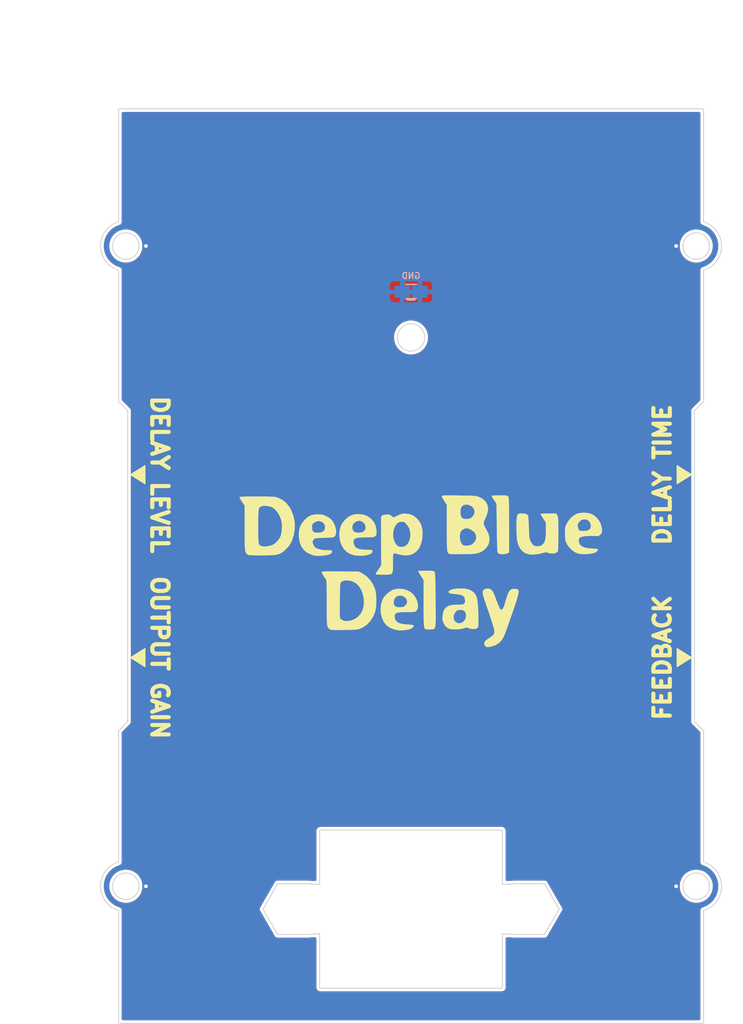
<source format=kicad_pcb>
(kicad_pcb (version 20171130) (host pcbnew "(5.1.6)-1")

  (general
    (thickness 1.6)
    (drawings 94)
    (tracks 4)
    (zones 0)
    (modules 2)
    (nets 2)
  )

  (page A4)
  (layers
    (0 F.Cu signal)
    (31 B.Cu signal)
    (32 B.Adhes user)
    (33 F.Adhes user)
    (34 B.Paste user)
    (35 F.Paste user)
    (36 B.SilkS user)
    (37 F.SilkS user)
    (38 B.Mask user)
    (39 F.Mask user)
    (40 Dwgs.User user)
    (41 Cmts.User user)
    (42 Eco1.User user)
    (43 Eco2.User user)
    (44 Edge.Cuts user)
    (45 Margin user)
    (46 B.CrtYd user)
    (47 F.CrtYd user)
    (48 B.Fab user)
    (49 F.Fab user)
  )

  (setup
    (last_trace_width 0.25)
    (user_trace_width 0.3)
    (user_trace_width 0.4)
    (user_trace_width 0.5)
    (user_trace_width 0.75)
    (user_trace_width 1)
    (user_trace_width 2)
    (user_trace_width 3)
    (trace_clearance 0.2)
    (zone_clearance 0.3)
    (zone_45_only no)
    (trace_min 0.2)
    (via_size 0.8)
    (via_drill 0.4)
    (via_min_size 0.4)
    (via_min_drill 0.3)
    (uvia_size 0.3)
    (uvia_drill 0.1)
    (uvias_allowed no)
    (uvia_min_size 0.2)
    (uvia_min_drill 0.1)
    (edge_width 0.1)
    (segment_width 0.2)
    (pcb_text_width 0.3)
    (pcb_text_size 1.5 1.5)
    (mod_edge_width 0.15)
    (mod_text_size 1 1)
    (mod_text_width 0.15)
    (pad_size 1.7 1.3)
    (pad_drill 0)
    (pad_to_mask_clearance 0.05)
    (aux_axis_origin 0 0)
    (visible_elements 7EFFFFFF)
    (pcbplotparams
      (layerselection 0x010f0_ffffffff)
      (usegerberextensions true)
      (usegerberattributes false)
      (usegerberadvancedattributes false)
      (creategerberjobfile false)
      (excludeedgelayer true)
      (linewidth 0.100000)
      (plotframeref false)
      (viasonmask false)
      (mode 1)
      (useauxorigin true)
      (hpglpennumber 1)
      (hpglpenspeed 20)
      (hpglpendiameter 15.000000)
      (psnegative false)
      (psa4output false)
      (plotreference true)
      (plotvalue true)
      (plotinvisibletext false)
      (padsonsilk false)
      (subtractmaskfromsilk true)
      (outputformat 1)
      (mirror false)
      (drillshape 0)
      (scaleselection 1)
      (outputdirectory "top/"))
  )

  (net 0 "")
  (net 1 GND)

  (net_class Default "これはデフォルトのネット クラスです。"
    (clearance 0.2)
    (trace_width 0.25)
    (via_dia 0.8)
    (via_drill 0.4)
    (uvia_dia 0.3)
    (uvia_drill 0.1)
    (add_net GND)
  )

  (module myFoot:dbDelay (layer F.Cu) (tedit 0) (tstamp 6053AA0E)
    (at 1 50.5)
    (fp_text reference G*** (at 0 0) (layer F.SilkS) hide
      (effects (font (size 1.524 1.524) (thickness 0.3)))
    )
    (fp_text value LOGO (at 0.75 0) (layer F.SilkS) hide
      (effects (font (size 1.524 1.524) (thickness 0.3)))
    )
    (fp_poly (pts (xy 18.079312 -6.338938) (xy 18.436573 -6.294509) (xy 18.570787 -6.262952) (xy 18.93336 -6.102399)
      (xy 19.262649 -5.843816) (xy 19.54014 -5.512191) (xy 19.747319 -5.132514) (xy 19.86567 -4.729774)
      (xy 19.886342 -4.487358) (xy 19.881106 -4.268269) (xy 19.855132 -4.13016) (xy 19.79302 -4.030224)
      (xy 19.686401 -3.931556) (xy 19.581067 -3.849423) (xy 19.483348 -3.8019) (xy 19.358277 -3.782368)
      (xy 19.17089 -3.78421) (xy 18.968349 -3.795641) (xy 18.591416 -3.805666) (xy 18.22798 -3.791045)
      (xy 17.90419 -3.754909) (xy 17.646195 -3.700391) (xy 17.480142 -3.630623) (xy 17.460105 -3.61497)
      (xy 17.372249 -3.466208) (xy 17.346342 -3.301712) (xy 17.388729 -3.020064) (xy 17.519964 -2.797362)
      (xy 17.746158 -2.62989) (xy 18.073422 -2.51393) (xy 18.507868 -2.445766) (xy 18.783253 -2.427763)
      (xy 19.05444 -2.412371) (xy 19.272882 -2.391942) (xy 19.413359 -2.369359) (xy 19.452683 -2.351255)
      (xy 19.398856 -2.184389) (xy 19.232233 -2.034338) (xy 19.123494 -1.972524) (xy 18.920501 -1.904919)
      (xy 18.630671 -1.854127) (xy 18.290211 -1.822429) (xy 17.935333 -1.812107) (xy 17.602244 -1.825443)
      (xy 17.346342 -1.860534) (xy 16.987694 -1.992155) (xy 16.638498 -2.221092) (xy 16.325166 -2.521922)
      (xy 16.074113 -2.869226) (xy 15.91175 -3.237582) (xy 15.910254 -3.242692) (xy 15.877071 -3.418858)
      (xy 15.850626 -3.675967) (xy 15.834751 -3.971093) (xy 15.831973 -4.119756) (xy 15.833377 -4.414024)
      (xy 15.846667 -4.624978) (xy 15.879649 -4.793139) (xy 15.940125 -4.959029) (xy 15.960928 -5.00347)
      (xy 17.222785 -5.00347) (xy 17.245939 -4.792487) (xy 17.304465 -4.591212) (xy 17.383457 -4.439478)
      (xy 17.456507 -4.378952) (xy 17.668013 -4.348587) (xy 17.924116 -4.346017) (xy 18.17332 -4.368575)
      (xy 18.364126 -4.413592) (xy 18.395873 -4.427629) (xy 18.575185 -4.582125) (xy 18.665992 -4.794925)
      (xy 18.666653 -5.035982) (xy 18.57553 -5.275252) (xy 18.450598 -5.431059) (xy 18.312568 -5.541378)
      (xy 18.167066 -5.591835) (xy 17.957233 -5.601934) (xy 17.952616 -5.601867) (xy 17.74929 -5.587875)
      (xy 17.610427 -5.53616) (xy 17.477134 -5.420634) (xy 17.430185 -5.37046) (xy 17.307499 -5.209218)
      (xy 17.233101 -5.058635) (xy 17.222785 -5.00347) (xy 15.960928 -5.00347) (xy 16.031002 -5.153163)
      (xy 16.302387 -5.579949) (xy 16.657204 -5.938939) (xy 17.070169 -6.204901) (xy 17.098537 -6.218421)
      (xy 17.366422 -6.299567) (xy 17.707971 -6.340182) (xy 18.079312 -6.338938)) (layer F.SilkS) (width 0.01))
    (fp_poly (pts (xy 9.013645 -8.238474) (xy 9.255133 -8.233315) (xy 9.415518 -8.220966) (xy 9.516199 -8.198359)
      (xy 9.578574 -8.162426) (xy 9.624042 -8.1101) (xy 9.629902 -8.101825) (xy 9.652334 -8.057343)
      (xy 9.671065 -7.986574) (xy 9.686417 -7.879063) (xy 9.698712 -7.724361) (xy 9.708271 -7.512014)
      (xy 9.715416 -7.23157) (xy 9.72047 -6.872578) (xy 9.723754 -6.424585) (xy 9.72559 -5.877139)
      (xy 9.7263 -5.219789) (xy 9.726342 -4.970127) (xy 9.726342 -1.976116) (xy 9.511502 -1.886351)
      (xy 9.265347 -1.818427) (xy 8.996186 -1.797743) (xy 8.748621 -1.823429) (xy 8.567255 -1.894618)
      (xy 8.553495 -1.905) (xy 8.521193 -1.933866) (xy 8.494381 -1.970697) (xy 8.472353 -2.026864)
      (xy 8.454402 -2.113736) (xy 8.439822 -2.242683) (xy 8.427907 -2.425073) (xy 8.417951 -2.672278)
      (xy 8.409248 -2.995666) (xy 8.401092 -3.406608) (xy 8.392776 -3.916473) (xy 8.383594 -4.53663)
      (xy 8.381633 -4.672074) (xy 8.343173 -7.330733) (xy 8.074514 -7.731375) (xy 7.947041 -7.927948)
      (xy 7.852299 -8.086388) (xy 7.807364 -8.177814) (xy 7.805854 -8.185764) (xy 7.864098 -8.205117)
      (xy 8.024024 -8.221375) (xy 8.263423 -8.233156) (xy 8.560086 -8.239078) (xy 8.669658 -8.239512)
      (xy 9.013645 -8.238474)) (layer F.SilkS) (width 0.01))
    (fp_poly (pts (xy 3.511367 -8.234086) (xy 4.00039 -8.228809) (xy 4.228171 -8.225913) (xy 4.762282 -8.21855)
      (xy 5.18815 -8.21117) (xy 5.521429 -8.202585) (xy 5.777772 -8.191602) (xy 5.972836 -8.177034)
      (xy 6.122272 -8.157688) (xy 6.241735 -8.132376) (xy 6.346879 -8.099906) (xy 6.453358 -8.05909)
      (xy 6.460536 -8.056185) (xy 6.859225 -7.840698) (xy 7.156977 -7.561274) (xy 7.349134 -7.224177)
      (xy 7.431041 -6.835671) (xy 7.433801 -6.746893) (xy 7.404036 -6.510552) (xy 7.322336 -6.207288)
      (xy 7.200983 -5.876142) (xy 7.070079 -5.590585) (xy 6.977404 -5.37139) (xy 6.949968 -5.177043)
      (xy 6.992308 -4.974485) (xy 7.108956 -4.730661) (xy 7.211635 -4.558614) (xy 7.449617 -4.092411)
      (xy 7.570485 -3.649587) (xy 7.5742 -3.2343) (xy 7.460725 -2.850709) (xy 7.230473 -2.503483)
      (xy 6.893501 -2.19248) (xy 6.510884 -1.984109) (xy 6.066145 -1.865046) (xy 5.898184 -1.846755)
      (xy 5.643094 -1.831253) (xy 5.323589 -1.818751) (xy 4.962385 -1.809462) (xy 4.582198 -1.803597)
      (xy 4.205744 -1.801368) (xy 3.855737 -1.802989) (xy 3.554893 -1.808669) (xy 3.325928 -1.818623)
      (xy 3.191558 -1.833061) (xy 3.173697 -1.838049) (xy 3.091678 -1.91185) (xy 3.004161 -2.04531)
      (xy 3.003331 -2.04691) (xy 2.979795 -2.109899) (xy 2.960515 -2.206716) (xy 2.945098 -2.348782)
      (xy 2.933152 -2.547522) (xy 2.924282 -2.814358) (xy 2.918097 -3.160712) (xy 2.914203 -3.598009)
      (xy 2.91407 -3.63397) (xy 4.335623 -3.63397) (xy 4.380345 -3.322371) (xy 4.476252 -3.051948)
      (xy 4.617806 -2.859134) (xy 4.632988 -2.846522) (xy 4.757682 -2.768376) (xy 4.900688 -2.734777)
      (xy 5.10936 -2.736061) (xy 5.158272 -2.739303) (xy 5.464853 -2.790237) (xy 5.682555 -2.888748)
      (xy 5.684857 -2.890441) (xy 5.94 -3.138005) (xy 6.090961 -3.415058) (xy 6.134261 -3.703335)
      (xy 6.066417 -3.984566) (xy 5.932361 -4.189276) (xy 5.715277 -4.384573) (xy 5.457747 -4.539848)
      (xy 5.204418 -4.630967) (xy 5.089363 -4.644981) (xy 4.847575 -4.598289) (xy 4.62044 -4.472991)
      (xy 4.454709 -4.297805) (xy 4.421891 -4.234972) (xy 4.347625 -3.950315) (xy 4.335623 -3.63397)
      (xy 2.91407 -3.63397) (xy 2.912206 -4.137669) (xy 2.911708 -4.709856) (xy 2.911708 -6.354873)
      (xy 4.39849 -6.354873) (xy 4.435308 -6.086612) (xy 4.518337 -5.865293) (xy 4.642487 -5.724252)
      (xy 4.665098 -5.711713) (xy 4.889986 -5.651713) (xy 5.157469 -5.647458) (xy 5.408498 -5.696001)
      (xy 5.535881 -5.755137) (xy 5.775038 -5.971838) (xy 5.912569 -6.225138) (xy 5.947166 -6.492489)
      (xy 5.877522 -6.751342) (xy 5.702331 -6.979152) (xy 5.611004 -7.050711) (xy 5.332076 -7.189403)
      (xy 5.05372 -7.236351) (xy 4.800655 -7.194886) (xy 4.597604 -7.068338) (xy 4.483843 -6.898878)
      (xy 4.412972 -6.63674) (xy 4.39849 -6.354873) (xy 2.911708 -6.354873) (xy 2.911708 -7.195621)
      (xy 2.632927 -7.626571) (xy 2.503426 -7.837867) (xy 2.405925 -8.018107) (xy 2.356927 -8.136067)
      (xy 2.354147 -8.153958) (xy 2.365129 -8.181343) (xy 2.406498 -8.202607) (xy 2.490888 -8.218235)
      (xy 2.630936 -8.228711) (xy 2.839275 -8.234522) (xy 3.12854 -8.236152) (xy 3.511367 -8.234086)) (layer F.SilkS) (width 0.01))
    (fp_poly (pts (xy 14.992875 -6.055731) (xy 15.028206 -5.991093) (xy 15.056047 -5.916546) (xy 15.077286 -5.817413)
      (xy 15.092812 -5.679014) (xy 15.103515 -5.48667) (xy 15.110283 -5.225702) (xy 15.114005 -4.881432)
      (xy 15.115571 -4.43918) (xy 15.115866 -4.025126) (xy 15.115045 -3.484938) (xy 15.112005 -3.05526)
      (xy 15.106112 -2.72271) (xy 15.096732 -2.473906) (xy 15.083227 -2.295465) (xy 15.064965 -2.174005)
      (xy 15.04131 -2.096144) (xy 15.022743 -2.062579) (xy 14.882825 -1.95758) (xy 14.662457 -1.894334)
      (xy 14.39935 -1.877303) (xy 14.131212 -1.910949) (xy 14.019007 -1.943795) (xy 13.869215 -1.990524)
      (xy 13.740411 -2.004163) (xy 13.587873 -1.982956) (xy 13.366881 -1.925148) (xy 13.338606 -1.917089)
      (xy 12.819282 -1.80451) (xy 12.316741 -1.763191) (xy 11.870656 -1.796373) (xy 11.867354 -1.79696)
      (xy 11.481894 -1.925744) (xy 11.154434 -2.159827) (xy 10.891612 -2.491752) (xy 10.700066 -2.914062)
      (xy 10.62538 -3.192088) (xy 10.587486 -3.437776) (xy 10.558832 -3.757422) (xy 10.539412 -4.127046)
      (xy 10.529219 -4.522666) (xy 10.528244 -4.920302) (xy 10.536483 -5.295973) (xy 10.553926 -5.6257)
      (xy 10.580568 -5.8855) (xy 10.616402 -6.051395) (xy 10.626225 -6.074296) (xy 10.688967 -6.177029)
      (xy 10.766122 -6.231741) (xy 10.895457 -6.253419) (xy 11.086827 -6.257073) (xy 11.423419 -6.236842)
      (xy 11.652543 -6.174033) (xy 11.784199 -6.06547) (xy 11.803635 -6.029501) (xy 11.821072 -5.93433)
      (xy 11.84006 -5.736482) (xy 11.859168 -5.457151) (xy 11.876961 -5.117526) (xy 11.892005 -4.738799)
      (xy 11.893019 -4.708292) (xy 11.907594 -4.288514) (xy 11.921823 -3.971798) (xy 11.938472 -3.737343)
      (xy 11.960308 -3.56435) (xy 11.990096 -3.432017) (xy 12.030602 -3.319544) (xy 12.084592 -3.20613)
      (xy 12.095629 -3.184643) (xy 12.214782 -2.989013) (xy 12.344067 -2.828576) (xy 12.415197 -2.766472)
      (xy 12.623471 -2.68787) (xy 12.879474 -2.668181) (xy 13.125021 -2.707217) (xy 13.259265 -2.769204)
      (xy 13.429469 -2.906058) (xy 13.556111 -3.063151) (xy 13.645226 -3.260384) (xy 13.702849 -3.517655)
      (xy 13.735017 -3.854863) (xy 13.747764 -4.291907) (xy 13.748458 -4.382015) (xy 13.753171 -5.263786)
      (xy 13.447776 -5.711451) (xy 13.314181 -5.917238) (xy 13.217675 -6.085303) (xy 13.172698 -6.189582)
      (xy 13.172652 -6.208094) (xy 13.242411 -6.226092) (xy 13.412347 -6.241115) (xy 13.658744 -6.251818)
      (xy 13.957886 -6.256856) (xy 14.036518 -6.257073) (xy 14.870114 -6.257073) (xy 14.992875 -6.055731)) (layer F.SilkS) (width 0.01))
    (fp_poly (pts (xy -17.303067 -8.114942) (xy -16.863095 -8.112416) (xy -16.516446 -8.107247) (xy -16.247831 -8.098651)
      (xy -16.041964 -8.085844) (xy -15.883556 -8.06804) (xy -15.75732 -8.044454) (xy -15.647969 -8.014304)
      (xy -15.605918 -8.000363) (xy -15.10925 -7.765585) (xy -14.678677 -7.427025) (xy -14.31739 -6.987645)
      (xy -14.095779 -6.597805) (xy -13.849073 -5.948584) (xy -13.722321 -5.27576) (xy -13.715774 -4.587711)
      (xy -13.829683 -3.892815) (xy -13.9989 -3.360256) (xy -14.130801 -3.052532) (xy -14.271038 -2.813914)
      (xy -14.452707 -2.592106) (xy -14.547782 -2.492939) (xy -14.778688 -2.265846) (xy -14.985496 -2.084908)
      (xy -15.186277 -1.944912) (xy -15.399104 -1.840644) (xy -15.642047 -1.766891) (xy -15.93318 -1.718438)
      (xy -16.290572 -1.690073) (xy -16.732297 -1.676581) (xy -17.276425 -1.672749) (xy -17.390965 -1.672683)
      (xy -17.846977 -1.673879) (xy -18.195575 -1.678208) (xy -18.453233 -1.686782) (xy -18.636424 -1.700712)
      (xy -18.761621 -1.721111) (xy -18.845297 -1.749089) (xy -18.887881 -1.773706) (xy -18.96412 -1.831841)
      (xy -19.027062 -1.897368) (xy -19.077979 -1.982027) (xy -19.118141 -2.097558) (xy -19.148818 -2.255701)
      (xy -19.171282 -2.468197) (xy -19.186803 -2.746785) (xy -19.196652 -3.103206) (xy -19.2021 -3.549201)
      (xy -19.204418 -4.096508) (xy -19.204576 -4.304676) (xy -17.716772 -4.304676) (xy -17.714616 -3.860382)
      (xy -17.707878 -3.513293) (xy -17.694233 -3.25006) (xy -17.671355 -3.057334) (xy -17.63692 -2.921765)
      (xy -17.588601 -2.830005) (xy -17.524074 -2.768705) (xy -17.441013 -2.724517) (xy -17.337782 -2.684347)
      (xy -17.050957 -2.635406) (xy -16.677615 -2.668789) (xy -16.304207 -2.759291) (xy -16.019435 -2.894979)
      (xy -15.734709 -3.118705) (xy -15.483583 -3.399221) (xy -15.30801 -3.687046) (xy -15.209937 -3.984413)
      (xy -15.147446 -4.35828) (xy -15.122878 -4.765788) (xy -15.138573 -5.164077) (xy -15.196872 -5.510286)
      (xy -15.20653 -5.545224) (xy -15.370862 -5.975907) (xy -15.59336 -6.361544) (xy -15.856825 -6.679077)
      (xy -16.144059 -6.905451) (xy -16.267648 -6.967798) (xy -16.476055 -7.030063) (xy -16.733229 -7.07272)
      (xy -16.996851 -7.092543) (xy -17.224601 -7.086311) (xy -17.372015 -7.051916) (xy -17.466004 -7.0017)
      (xy -17.541054 -6.948279) (xy -17.599307 -6.878026) (xy -17.642906 -6.777311) (xy -17.673992 -6.632505)
      (xy -17.69471 -6.42998) (xy -17.707201 -6.156107) (xy -17.713607 -5.797257) (xy -17.716072 -5.3398)
      (xy -17.716671 -4.859523) (xy -17.716772 -4.304676) (xy -19.204576 -4.304676) (xy -19.204878 -4.702387)
      (xy -19.204878 -7.116558) (xy -19.483658 -7.523759) (xy -19.615412 -7.727238) (xy -19.713577 -7.899863)
      (xy -19.760669 -8.010301) (xy -19.762439 -8.023284) (xy -19.748863 -8.049544) (xy -19.69995 -8.070411)
      (xy -19.60342 -8.086478) (xy -19.446993 -8.098339) (xy -19.218389 -8.106586) (xy -18.905329 -8.111814)
      (xy -18.495532 -8.114615) (xy -17.976719 -8.115583) (xy -17.851649 -8.115609) (xy -17.303067 -8.114942)) (layer F.SilkS) (width 0.01))
    (fp_poly (pts (xy -6.646637 -6.185332) (xy -6.183646 -6.123614) (xy -5.792861 -5.978906) (xy -5.444581 -5.738692)
      (xy -5.32656 -5.629076) (xy -5.055729 -5.307279) (xy -4.884478 -4.963112) (xy -4.796445 -4.559909)
      (xy -4.783109 -4.411382) (xy -4.77148 -4.170352) (xy -4.779901 -4.015929) (xy -4.81525 -3.911519)
      (xy -4.884404 -3.820528) (xy -4.896628 -3.807357) (xy -4.965516 -3.741774) (xy -5.042477 -3.69811)
      (xy -5.153055 -3.671708) (xy -5.322795 -3.657914) (xy -5.577242 -3.652073) (xy -5.756774 -3.650599)
      (xy -6.247666 -3.642175) (xy -6.62737 -3.620535) (xy -6.908326 -3.580704) (xy -7.102975 -3.517709)
      (xy -7.223756 -3.426577) (xy -7.28311 -3.302336) (xy -7.293476 -3.140011) (xy -7.2838 -3.040137)
      (xy -7.210795 -2.771618) (xy -7.064953 -2.568465) (xy -6.836239 -2.425245) (xy -6.514615 -2.336527)
      (xy -6.090045 -2.296878) (xy -5.904509 -2.293555) (xy -5.628154 -2.287129) (xy -5.407383 -2.270782)
      (xy -5.268279 -2.247001) (xy -5.234535 -2.229689) (xy -5.219754 -2.102846) (xy -5.284927 -1.958895)
      (xy -5.40521 -1.850265) (xy -5.736416 -1.725066) (xy -6.149266 -1.650689) (xy -6.611057 -1.630247)
      (xy -7.089087 -1.66685) (xy -7.183015 -1.681166) (xy -7.634299 -1.814841) (xy -8.025961 -2.04938)
      (xy -8.350157 -2.37308) (xy -8.599043 -2.774239) (xy -8.764773 -3.241156) (xy -8.839504 -3.762129)
      (xy -8.834124 -4.144164) (xy -8.780383 -4.564203) (xy -8.73715 -4.708709) (xy -7.429717 -4.708709)
      (xy -7.381404 -4.48366) (xy -7.263567 -4.303906) (xy -7.130926 -4.219752) (xy -6.884145 -4.166773)
      (xy -6.606058 -4.162053) (xy -6.355841 -4.204161) (xy -6.262722 -4.240737) (xy -6.073872 -4.399216)
      (xy -5.979644 -4.613791) (xy -5.981639 -4.858719) (xy -6.081452 -5.108254) (xy -6.199431 -5.260611)
      (xy -6.423705 -5.414846) (xy -6.681453 -5.46256) (xy -6.947403 -5.406323) (xy -7.196283 -5.248702)
      (xy -7.292528 -5.149487) (xy -7.402194 -4.942752) (xy -7.429717 -4.708709) (xy -8.73715 -4.708709)
      (xy -8.678175 -4.905827) (xy -8.509167 -5.210802) (xy -8.255025 -5.520897) (xy -8.207779 -5.571116)
      (xy -7.86852 -5.873952) (xy -7.51831 -6.069641) (xy -7.127504 -6.169845) (xy -6.666452 -6.18623)
      (xy -6.646637 -6.185332)) (layer F.SilkS) (width 0.01))
    (fp_poly (pts (xy -10.918502 -6.156458) (xy -10.698199 -6.128686) (xy -10.503233 -6.07129) (xy -10.334623 -5.998826)
      (xy -10.101927 -5.873782) (xy -9.880092 -5.728412) (xy -9.768323 -5.639125) (xy -9.562349 -5.399195)
      (xy -9.396111 -5.104447) (xy -9.275663 -4.781413) (xy -9.20706 -4.456625) (xy -9.196354 -4.156615)
      (xy -9.2496 -3.907917) (xy -9.340777 -3.765257) (xy -9.400286 -3.712771) (xy -9.471402 -3.674239)
      (xy -9.574258 -3.646686) (xy -9.728984 -3.627137) (xy -9.955713 -3.612616) (xy -10.274575 -3.600149)
      (xy -10.508191 -3.592732) (xy -10.887743 -3.580325) (xy -11.163112 -3.567899) (xy -11.353978 -3.552404)
      (xy -11.480025 -3.530793) (xy -11.560934 -3.500018) (xy -11.616386 -3.457031) (xy -11.652658 -3.415503)
      (xy -11.738924 -3.271001) (xy -11.770731 -3.150659) (xy -11.728442 -2.937227) (xy -11.621686 -2.7146)
      (xy -11.480629 -2.541112) (xy -11.439051 -2.509258) (xy -11.172879 -2.38473) (xy -10.825622 -2.29494)
      (xy -10.437259 -2.248265) (xy -10.178266 -2.24513) (xy -9.886311 -2.243111) (xy -9.705737 -2.209716)
      (xy -9.626959 -2.140377) (xy -9.640388 -2.030521) (xy -9.656843 -1.99654) (xy -9.800109 -1.854392)
      (xy -10.056505 -1.744614) (xy -10.419011 -1.669316) (xy -10.872439 -1.630933) (xy -11.188115 -1.623241)
      (xy -11.424104 -1.633134) (xy -11.623974 -1.665589) (xy -11.831297 -1.72558) (xy -11.89618 -1.747836)
      (xy -12.354651 -1.963575) (xy -12.719632 -2.257603) (xy -12.992431 -2.631993) (xy -13.174358 -3.088817)
      (xy -13.266721 -3.63015) (xy -13.279759 -3.938985) (xy -13.244616 -4.433777) (xy -13.159794 -4.736174)
      (xy -11.832683 -4.736174) (xy -11.805301 -4.462235) (xy -11.712701 -4.283511) (xy -11.539198 -4.18486)
      (xy -11.269107 -4.151136) (xy -11.226339 -4.150731) (xy -10.990661 -4.169298) (xy -10.770661 -4.216467)
      (xy -10.686601 -4.247803) (xy -10.515263 -4.391356) (xy -10.419217 -4.601427) (xy -10.404585 -4.841738)
      (xy -10.477488 -5.07601) (xy -10.532676 -5.160087) (xy -10.746618 -5.340257) (xy -11.009374 -5.422599)
      (xy -11.291599 -5.40543) (xy -11.563951 -5.287065) (xy -11.648313 -5.224122) (xy -11.758629 -5.115351)
      (xy -11.813619 -4.999104) (xy -11.831678 -4.826701) (xy -11.832683 -4.736174) (xy -13.159794 -4.736174)
      (xy -13.125398 -4.858798) (xy -12.909762 -5.24289) (xy -12.585367 -5.61489) (xy -12.546425 -5.652579)
      (xy -12.245355 -5.901308) (xy -11.942272 -6.059552) (xy -11.598669 -6.142076) (xy -11.21317 -6.163815)
      (xy -10.918502 -6.156458)) (layer F.SilkS) (width 0.01))
    (fp_poly (pts (xy -1.628453 -6.248425) (xy -1.550549 -6.244049) (xy -1.095312 -6.167462) (xy -0.703711 -5.992327)
      (xy -0.351238 -5.707079) (xy -0.300102 -5.653946) (xy -0.036247 -5.316074) (xy 0.139808 -4.949366)
      (xy 0.23729 -4.527274) (xy 0.265447 -4.026829) (xy 0.218659 -3.418541) (xy 0.088975 -2.893428)
      (xy -0.118389 -2.455872) (xy -0.398215 -2.110256) (xy -0.745286 -1.860962) (xy -1.154384 -1.712372)
      (xy -1.620294 -1.668868) (xy -2.137797 -1.734832) (xy -2.384572 -1.80092) (xy -2.604262 -1.860625)
      (xy -2.784085 -1.894778) (xy -2.885747 -1.896143) (xy -2.886707 -1.895791) (xy -2.920025 -1.860001)
      (xy -2.944028 -1.771459) (xy -2.96003 -1.614187) (xy -2.969345 -1.372206) (xy -2.973287 -1.029538)
      (xy -2.973658 -0.838285) (xy -2.973448 -0.410981) (xy -2.981802 -0.091766) (xy -3.012199 0.135078)
      (xy -3.078116 0.285265) (xy -3.193032 0.374514) (xy -3.370424 0.41854) (xy -3.623769 0.43306)
      (xy -3.966547 0.433789) (xy -4.064433 0.433659) (xy -4.416385 0.431047) (xy -4.658796 0.422304)
      (xy -4.805933 0.406072) (xy -4.872064 0.38099) (xy -4.877353 0.35622) (xy -4.830451 0.271519)
      (xy -4.732001 0.114047) (xy -4.600547 -0.086799) (xy -4.554912 -0.154878) (xy -4.26252 -0.588536)
      (xy -4.276765 -3.159512) (xy -4.279615 -3.714674) (xy -4.28102 -4.041983) (xy -2.960413 -4.041983)
      (xy -2.935858 -3.628887) (xy -2.834096 -3.243631) (xy -2.65808 -2.917743) (xy -2.5785 -2.822504)
      (xy -2.430309 -2.683843) (xy -2.29352 -2.619275) (xy -2.107486 -2.602096) (xy -2.077609 -2.601951)
      (xy -1.861347 -2.622918) (xy -1.669329 -2.675501) (xy -1.619338 -2.699648) (xy -1.394115 -2.900021)
      (xy -1.2241 -3.185987) (xy -1.114609 -3.529731) (xy -1.070954 -3.903434) (xy -1.09845 -4.279279)
      (xy -1.202411 -4.629447) (xy -1.236852 -4.701792) (xy -1.355135 -4.893995) (xy -1.50656 -5.095006)
      (xy -1.547148 -5.141951) (xy -1.692155 -5.281471) (xy -1.830194 -5.344461) (xy -2.012737 -5.35878)
      (xy -2.28801 -5.314979) (xy -2.514234 -5.175548) (xy -2.70842 -4.92845) (xy -2.76609 -4.825591)
      (xy -2.904808 -4.451393) (xy -2.960413 -4.041983) (xy -4.28102 -4.041983) (xy -4.281841 -4.233092)
      (xy -4.283418 -4.701264) (xy -4.284319 -5.105688) (xy -4.284519 -5.432861) (xy -4.283992 -5.669282)
      (xy -4.282712 -5.801447) (xy -4.281874 -5.823414) (xy -4.241125 -5.964443) (xy -4.137251 -6.056099)
      (xy -3.947572 -6.112166) (xy -3.767436 -6.136064) (xy -3.545749 -6.153217) (xy -3.399705 -6.142571)
      (xy -3.282265 -6.093664) (xy -3.149842 -5.99873) (xy -2.923343 -5.822219) (xy -2.439172 -6.045862)
      (xy -2.18548 -6.157721) (xy -1.996054 -6.22202) (xy -1.825508 -6.24888) (xy -1.628453 -6.248425)) (layer F.SilkS) (width 0.01))
    (fp_poly (pts (xy 4.792406 1.944628) (xy 5.270442 2.035007) (xy 5.65585 2.207591) (xy 5.948588 2.46236)
      (xy 6.148616 2.799293) (xy 6.19373 2.926726) (xy 6.239569 3.140195) (xy 6.281403 3.456138)
      (xy 6.317629 3.853149) (xy 6.346644 4.309824) (xy 6.366845 4.804757) (xy 6.37663 5.316543)
      (xy 6.377009 5.374269) (xy 6.376763 5.698583) (xy 6.36986 5.922999) (xy 6.353045 6.071475)
      (xy 6.323063 6.167967) (xy 6.276659 6.236433) (xy 6.257074 6.257074) (xy 6.093838 6.344836)
      (xy 5.8569 6.380867) (xy 5.585651 6.364043) (xy 5.319485 6.293239) (xy 5.297814 6.284468)
      (xy 5.144084 6.229668) (xy 5.017584 6.22208) (xy 4.85884 6.262312) (xy 4.779151 6.289747)
      (xy 4.504335 6.359691) (xy 4.172676 6.40386) (xy 3.825339 6.420728) (xy 3.50349 6.40877)
      (xy 3.248295 6.36646) (xy 3.193239 6.348528) (xy 2.923939 6.211005) (xy 2.724317 6.018036)
      (xy 2.563046 5.737827) (xy 2.539851 5.685434) (xy 2.460538 5.466906) (xy 2.4315 5.266604)
      (xy 2.438727 5.119796) (xy 3.652198 5.119796) (xy 3.709071 5.373193) (xy 3.85889 5.583421)
      (xy 3.954098 5.655396) (xy 4.199398 5.74921) (xy 4.450413 5.723566) (xy 4.634582 5.635973)
      (xy 4.825062 5.463263) (xy 4.95112 5.235459) (xy 5.010588 4.982062) (xy 5.0013 4.732569)
      (xy 4.921089 4.516481) (xy 4.767788 4.363295) (xy 4.729522 4.343417) (xy 4.536302 4.291084)
      (xy 4.314504 4.28014) (xy 4.118291 4.309768) (xy 4.025375 4.354044) (xy 3.811738 4.584877)
      (xy 3.686883 4.848576) (xy 3.652198 5.119796) (xy 2.438727 5.119796) (xy 2.443733 5.018119)
      (xy 2.446181 4.994578) (xy 2.494679 4.6481) (xy 2.561197 4.395816) (xy 2.656196 4.208251)
      (xy 2.773749 4.07131) (xy 2.966491 3.917077) (xy 3.183884 3.812328) (xy 3.453178 3.749471)
      (xy 3.801618 3.720914) (xy 4.045017 3.717074) (xy 4.33826 3.714802) (xy 4.534796 3.704716)
      (xy 4.661784 3.681909) (xy 4.746386 3.641473) (xy 4.815763 3.578501) (xy 4.816525 3.577683)
      (xy 4.899362 3.461306) (xy 4.918817 3.328486) (xy 4.899553 3.185714) (xy 4.859424 3.008347)
      (xy 4.81751 2.879665) (xy 4.807569 2.86003) (xy 4.662534 2.734955) (xy 4.402841 2.6379)
      (xy 4.034972 2.570876) (xy 3.804218 2.548643) (xy 3.474958 2.51582) (xy 3.256888 2.470829)
      (xy 3.137498 2.408542) (xy 3.104276 2.323834) (xy 3.117615 2.267342) (xy 3.224444 2.151993)
      (xy 3.441074 2.05649) (xy 3.754433 1.98475) (xy 4.151447 1.940691) (xy 4.221781 1.936476)
      (xy 4.792406 1.944628)) (layer F.SilkS) (width 0.01))
    (fp_poly (pts (xy 0.960276 0.001925) (xy 1.207752 0.00929) (xy 1.373315 0.024482) (xy 1.477942 0.049885)
      (xy 1.542608 0.087886) (xy 1.563108 0.108415) (xy 1.585582 0.147328) (xy 1.604668 0.215745)
      (xy 1.620779 0.32397) (xy 1.634328 0.482309) (xy 1.645726 0.701067) (xy 1.655385 0.990548)
      (xy 1.663718 1.361059) (xy 1.671136 1.822903) (xy 1.678052 2.386386) (xy 1.684878 3.061814)
      (xy 1.685992 3.181253) (xy 1.693033 3.89567) (xy 1.698652 4.496114) (xy 1.701076 4.992514)
      (xy 1.698534 5.394798) (xy 1.689254 5.712897) (xy 1.671462 5.956737) (xy 1.643388 6.136249)
      (xy 1.603258 6.261361) (xy 1.5493 6.342001) (xy 1.479743 6.3881) (xy 1.392814 6.409585)
      (xy 1.28674 6.416386) (xy 1.15975 6.418432) (xy 1.107912 6.419941) (xy 0.884797 6.423297)
      (xy 0.702453 6.417019) (xy 0.612657 6.405036) (xy 0.555393 6.380648) (xy 0.507943 6.337592)
      (xy 0.469393 6.265018) (xy 0.43883 6.152074) (xy 0.415339 5.98791) (xy 0.398006 5.761674)
      (xy 0.385918 5.462517) (xy 0.378161 5.079586) (xy 0.373821 4.602032) (xy 0.371985 4.019003)
      (xy 0.371699 3.543793) (xy 0.371691 1.022195) (xy 0.061943 0.538758) (xy -0.073223 0.325008)
      (xy -0.178501 0.153213) (xy -0.238994 0.047954) (xy -0.247804 0.02766) (xy -0.18957 0.017668)
      (xy -0.029726 0.009282) (xy 0.209438 0.003221) (xy 0.505632 0.000205) (xy 0.609911 0)
      (xy 0.960276 0.001925)) (layer F.SilkS) (width 0.01))
    (fp_poly (pts (xy -9.600985 0.069147) (xy -9.111627 0.072051) (xy -8.750609 0.075034) (xy -6.721707 0.092927)
      (xy -6.380757 0.265697) (xy -5.913977 0.569737) (xy -5.509809 0.97004) (xy -5.183157 1.448522)
      (xy -4.948925 1.987097) (xy -4.940493 2.013415) (xy -4.878785 2.234481) (xy -4.838075 2.454858)
      (xy -4.814454 2.709634) (xy -4.804015 3.033894) (xy -4.802479 3.252439) (xy -4.810178 3.705373)
      (xy -4.839284 4.069324) (xy -4.896425 4.378331) (xy -4.988226 4.666428) (xy -5.121315 4.967652)
      (xy -5.146238 5.018049) (xy -5.454983 5.510264) (xy -5.840458 5.912314) (xy -6.293493 6.215795)
      (xy -6.597804 6.348462) (xy -6.724986 6.386582) (xy -6.878871 6.416241) (xy -7.077665 6.438864)
      (xy -7.339572 6.455876) (xy -7.682797 6.468701) (xy -8.125546 6.478765) (xy -8.301463 6.481802)
      (xy -8.746827 6.486306) (xy -9.138115 6.484878) (xy -9.458759 6.477916) (xy -9.692194 6.46582)
      (xy -9.821851 6.448988) (xy -9.834364 6.44488) (xy -9.959079 6.352741) (xy -10.08259 6.205041)
      (xy -10.097425 6.181776) (xy -10.128417 6.1261) (xy -10.153776 6.062433) (xy -10.174068 5.978538)
      (xy -10.189856 5.862178) (xy -10.201707 5.701117) (xy -10.210183 5.483116) (xy -10.215851 5.19594)
      (xy -10.219274 4.82735) (xy -10.220335 4.546135) (xy -8.795669 4.546135) (xy -8.792256 4.791958)
      (xy -8.784274 4.969638) (xy -8.770929 5.093112) (xy -8.751429 5.176317) (xy -8.72498 5.233193)
      (xy -8.69079 5.277676) (xy -8.670382 5.299797) (xy -8.464234 5.433903) (xy -8.176414 5.498842)
      (xy -7.829489 5.492424) (xy -7.461845 5.417114) (xy -7.128346 5.266898) (xy -6.807137 5.028022)
      (xy -6.536321 4.733011) (xy -6.395154 4.506569) (xy -6.224468 4.061009) (xy -6.152629 3.591982)
      (xy -6.175706 3.070909) (xy -6.186528 2.990508) (xy -6.311037 2.441584) (xy -6.510204 1.975035)
      (xy -6.77752 1.597327) (xy -7.106475 1.314926) (xy -7.490559 1.134299) (xy -7.923263 1.061913)
      (xy -8.124115 1.065781) (xy -8.378474 1.099703) (xy -8.547486 1.164715) (xy -8.629113 1.229304)
      (xy -8.667765 1.271266) (xy -8.698546 1.320573) (xy -8.722532 1.391118) (xy -8.740799 1.496793)
      (xy -8.754424 1.651492) (xy -8.764483 1.869105) (xy -8.77205 2.163527) (xy -8.778203 2.548649)
      (xy -8.784016 3.038364) (xy -8.786421 3.260426) (xy -8.791958 3.794307) (xy -8.795305 4.21823)
      (xy -8.795669 4.546135) (xy -10.220335 4.546135) (xy -10.221018 4.36511) (xy -10.221648 3.796984)
      (xy -10.221719 3.488413) (xy -10.22335 2.794023) (xy -10.22805 2.205823) (xy -10.235738 1.727042)
      (xy -10.246335 1.360907) (xy -10.259759 1.110646) (xy -10.275932 0.979487) (xy -10.284622 0.959799)
      (xy -10.361341 0.879117) (xy -10.469921 0.72734) (xy -10.588013 0.540979) (xy -10.693273 0.356541)
      (xy -10.763352 0.210538) (xy -10.779512 0.15127) (xy -10.767515 0.125391) (xy -10.723488 0.104982)
      (xy -10.635376 0.089592) (xy -10.491125 0.078766) (xy -10.278679 0.072051) (xy -9.985984 0.068996)
      (xy -9.600985 0.069147)) (layer F.SilkS) (width 0.01))
    (fp_poly (pts (xy -2.014081 1.97965) (xy -1.537588 2.090193) (xy -1.099061 2.301405) (xy -0.931977 2.419795)
      (xy -0.681853 2.669332) (xy -0.480931 2.970885) (xy -0.335912 3.300043) (xy -0.253499 3.63239)
      (xy -0.240394 3.943513) (xy -0.303299 4.209) (xy -0.399724 4.358515) (xy -0.464162 4.423753)
      (xy -0.530801 4.468891) (xy -0.62239 4.497641) (xy -0.761679 4.513715) (xy -0.971418 4.520827)
      (xy -1.274358 4.522687) (xy -1.406432 4.522785) (xy -1.870895 4.528701) (xy -2.224592 4.5501)
      (xy -2.480306 4.593098) (xy -2.65082 4.663809) (xy -2.748915 4.768346) (xy -2.787374 4.912825)
      (xy -2.778979 5.103358) (xy -2.768596 5.174365) (xy -2.690095 5.411488) (xy -2.534156 5.594784)
      (xy -2.290744 5.729399) (xy -1.949826 5.820483) (xy -1.50137 5.873185) (xy -1.393902 5.879787)
      (xy -1.094935 5.897594) (xy -0.898568 5.91596) (xy -0.783578 5.939804) (xy -0.728738 5.974049)
      (xy -0.712824 6.023614) (xy -0.712439 6.037777) (xy -0.770095 6.172304) (xy -0.926131 6.297873)
      (xy -1.155146 6.400015) (xy -1.43174 6.464262) (xy -1.469585 6.469044) (xy -1.696163 6.495241)
      (xy -1.894422 6.518762) (xy -1.982439 6.529597) (xy -2.163492 6.536419) (xy -2.32317 6.525996)
      (xy -2.840619 6.420157) (xy -3.286165 6.245063) (xy -3.641774 6.008287) (xy -3.712307 5.942552)
      (xy -3.985577 5.586388) (xy -4.182101 5.156167) (xy -4.298755 4.67749) (xy -4.332419 4.175954)
      (xy -4.27997 3.677159) (xy -4.193295 3.389355) (xy -2.892352 3.389355) (xy -2.881758 3.641755)
      (xy -2.835316 3.779025) (xy -2.711992 3.896541) (xy -2.510119 3.975101) (xy -2.272256 4.001889)
      (xy -2.137317 3.989161) (xy -1.972607 3.969124) (xy -1.900234 3.965724) (xy -1.754358 3.91253)
      (xy -1.603722 3.781191) (xy -1.482729 3.611112) (xy -1.425783 3.441699) (xy -1.424878 3.421244)
      (xy -1.478678 3.158159) (xy -1.622768 2.947587) (xy -1.831185 2.799187) (xy -2.077965 2.722615)
      (xy -2.337145 2.727529) (xy -2.582759 2.823585) (xy -2.722141 2.938732) (xy -2.836591 3.136044)
      (xy -2.892352 3.389355) (xy -4.193295 3.389355) (xy -4.138287 3.206703) (xy -4.065095 3.049708)
      (xy -3.90069 2.810066) (xy -3.662236 2.557322) (xy -3.387573 2.32495) (xy -3.114542 2.146424)
      (xy -2.96821 2.079423) (xy -2.500351 1.97449) (xy -2.014081 1.97965)) (layer F.SilkS) (width 0.01))
    (fp_poly (pts (xy 7.527171 1.968357) (xy 7.643598 2.00634) (xy 7.753379 2.062665) (xy 7.847277 2.142426)
      (xy 7.936053 2.263864) (xy 8.030472 2.44522) (xy 8.141298 2.704733) (xy 8.279294 3.060645)
      (xy 8.303343 3.124377) (xy 8.45533 3.523604) (xy 8.573281 3.820371) (xy 8.664334 4.029079)
      (xy 8.73563 4.164129) (xy 8.794306 4.239922) (xy 8.847503 4.270859) (xy 8.873254 4.274004)
      (xy 8.9708 4.219042) (xy 9.078069 4.073156) (xy 9.177942 3.866383) (xy 9.253302 3.628762)
      (xy 9.261254 3.593171) (xy 9.301374 3.436903) (xy 9.369731 3.203906) (xy 9.454263 2.934617)
      (xy 9.492234 2.818781) (xy 9.617052 2.477771) (xy 9.737544 2.241268) (xy 9.870773 2.091735)
      (xy 10.033799 2.011636) (xy 10.243686 1.983436) (xy 10.305943 1.982439) (xy 10.556781 2.002253)
      (xy 10.706482 2.068915) (xy 10.772464 2.193256) (xy 10.779513 2.276965) (xy 10.760784 2.416017)
      (xy 10.709592 2.645142) (xy 10.633423 2.937131) (xy 10.539765 3.264771) (xy 10.436106 3.600854)
      (xy 10.329934 3.918167) (xy 10.320641 3.944508) (xy 10.254242 4.132832) (xy 10.155926 4.413019)
      (xy 10.034495 4.759916) (xy 9.898754 5.148367) (xy 9.757507 5.553217) (xy 9.728111 5.637561)
      (xy 9.589739 6.030629) (xy 9.456793 6.400931) (xy 9.337398 6.726387) (xy 9.239684 6.984919)
      (xy 9.171778 7.154446) (xy 9.159325 7.18271) (xy 8.914913 7.602076) (xy 8.607439 7.919626)
      (xy 8.223192 8.146545) (xy 7.814989 8.27913) (xy 7.563659 8.334408) (xy 7.397329 8.356104)
      (xy 7.281564 8.3436) (xy 7.181925 8.296279) (xy 7.138175 8.266975) (xy 7.026947 8.121526)
      (xy 7.008921 7.931564) (xy 7.086042 7.736387) (xy 7.11028 7.703606) (xy 7.218291 7.601155)
      (xy 7.392823 7.467224) (xy 7.569588 7.348009) (xy 7.767456 7.211722) (xy 7.932116 7.078128)
      (xy 8.018735 6.987326) (xy 8.06695 6.90836) (xy 8.099686 6.821406) (xy 8.114312 6.715476)
      (xy 8.108194 6.579579) (xy 8.078702 6.402729) (xy 8.023203 6.173936) (xy 7.939066 5.882211)
      (xy 7.82366 5.516566) (xy 7.674351 5.066012) (xy 7.488509 4.51956) (xy 7.288701 3.939174)
      (xy 7.125276 3.461045) (xy 7.001528 3.084325) (xy 6.914234 2.794184) (xy 6.860168 2.575791)
      (xy 6.836109 2.414317) (xy 6.838833 2.294933) (xy 6.865117 2.202807) (xy 6.898249 2.142835)
      (xy 7.053671 2.010054) (xy 7.276087 1.949555) (xy 7.527171 1.968357)) (layer F.SilkS) (width 0.01))
  )

  (module myFoot:my_Jump-2012M (layer B.Cu) (tedit 6052C3FD) (tstamp 60532F91)
    (at 0 20)
    (descr "Resistor SMD 0805, hand soldering")
    (tags "resistor 0805")
    (attr smd)
    (fp_text reference REF** (at 0 1.7 -180) (layer B.SilkS) hide
      (effects (font (size 0.67 0.67) (thickness 0.127)) (justify mirror))
    )
    (fp_text value GND (at 0 -1.75) (layer B.SilkS)
      (effects (font (size 0.67 0.67) (thickness 0.127)) (justify mirror))
    )
    (fp_line (start -0.6 -0.8) (end 0.6 -0.8) (layer B.SilkS) (width 0.15))
    (fp_line (start -0.4 0.9) (end -0.4 0.75) (layer B.SilkS) (width 0.15))
    (fp_line (start 0.4 0.9) (end 0.4 0.75) (layer B.SilkS) (width 0.15))
    (fp_line (start -0.4 0.9) (end 0.4 0.9) (layer B.SilkS) (width 0.15))
    (fp_line (start -0.6 0.75) (end 0.6 0.75) (layer B.SilkS) (width 0.15))
    (fp_line (start 1.95 -0.9) (end -1.95 -0.9) (layer B.CrtYd) (width 0.05))
    (fp_line (start 1.95 -0.9) (end 1.95 0.9) (layer B.CrtYd) (width 0.05))
    (fp_line (start -1.95 0.9) (end -1.95 -0.9) (layer B.CrtYd) (width 0.05))
    (fp_line (start -1.95 0.9) (end 1.95 0.9) (layer B.CrtYd) (width 0.05))
    (fp_line (start -1 0.62) (end 1 0.62) (layer B.Fab) (width 0.1))
    (fp_line (start 1 0.62) (end 1 -0.62) (layer B.Fab) (width 0.1))
    (fp_line (start 1 -0.62) (end -1 -0.62) (layer B.Fab) (width 0.1))
    (fp_line (start -1 -0.62) (end -1 0.62) (layer B.Fab) (width 0.1))
    (fp_text user %R (at 0 0) (layer B.Fab)
      (effects (font (size 0.67 0.67) (thickness 0.127)) (justify mirror))
    )
    (pad 1 smd rect (at -0.97 0) (size 1.7 1.3) (layers B.Cu B.Paste B.Mask)
      (net 1 GND))
    (pad 2 smd rect (at 0.97 0) (size 1.7 1.3) (layers B.Cu B.Paste B.Mask)
      (net 1 GND))
    (model ${KISYS3DMOD}/Resistors_SMD.3dshapes/R_0805.wrl
      (at (xyz 0 0 0))
      (scale (xyz 1 1 1))
      (rotate (xyz 0 0 0))
    )
    (model ${KISYS3DMOD}/Resistor_SMD.3dshapes/R_0805_2012Metric.wrl
      (at (xyz 0 0 0))
      (scale (xyz 1 1 1))
      (rotate (xyz 0 0 0))
    )
  )

  (gr_circle (center -31.2 85) (end -32.65 85) (layer Edge.Cuts) (width 0.1) (tstamp 60534F23))
  (gr_circle (center 31.2 85) (end 29.75 85) (layer Edge.Cuts) (width 0.1) (tstamp 60534F1A))
  (gr_circle (center 31.2 15) (end 29.75 15) (layer Edge.Cuts) (width 0.1) (tstamp 60534F0F))
  (gr_circle (center -31.2 15) (end -32.65 15) (layer Edge.Cuts) (width 0.1))
  (gr_line (start -32 87.649999) (end -32 99.9) (layer Edge.Cuts) (width 0.1) (tstamp 60534EEE))
  (gr_line (start -31.999999 12.350002) (end -32 0.1) (layer Edge.Cuts) (width 0.1) (tstamp 60534ED0))
  (gr_line (start 32 12.350001) (end 32 0.1) (layer Edge.Cuts) (width 0.1))
  (gr_line (start 32 82.350001) (end 32 68) (layer Edge.Cuts) (width 0.1) (tstamp 60534EA1))
  (gr_arc (start 31.2 85) (end 31.999999 87.649999) (angle -146.4032564) (layer Edge.Cuts) (width 0.1) (tstamp 60534E7D))
  (gr_arc (start -31.2 85) (end -31.999999 82.350001) (angle -146.4032564) (layer Edge.Cuts) (width 0.1) (tstamp 60534E73))
  (gr_arc (start -31.2 15.000001) (end -31.999999 12.350002) (angle -146.4032564) (layer Edge.Cuts) (width 0.1) (tstamp 60534E61))
  (gr_arc (start 31.2 15) (end 31.999999 17.649999) (angle -146.4032564) (layer Edge.Cuts) (width 0.1))
  (gr_circle (center -31.2 85) (end -34 85) (layer Dwgs.User) (width 0.15))
  (gr_circle (center 31.2 85) (end 34 85) (layer Dwgs.User) (width 0.15))
  (gr_circle (center -31.2 15) (end -28.4 15) (layer Dwgs.User) (width 0.15))
  (gr_circle (center 31.2 15) (end 28.4 15) (layer Dwgs.User) (width 0.15))
  (gr_circle (center 0 25) (end 1.5 25) (layer Edge.Cuts) (width 0.1))
  (gr_text "OUTPUT GAIN" (at -27.5 60 270) (layer F.SilkS) (tstamp 6052CA2F)
    (effects (font (size 1.8 1.8) (thickness 0.45)))
  )
  (gr_text "DELAY LEVEL" (at -27.5 40 270) (layer F.SilkS) (tstamp 6052CA28)
    (effects (font (size 1.8 1.8) (thickness 0.45)))
  )
  (gr_text FEEDBACK (at 27.5 60 90) (layer F.SilkS) (tstamp 605330A6)
    (effects (font (size 1.8 1.8) (thickness 0.45)))
  )
  (gr_text "DELAY TIME" (at 27.5 40 90) (layer F.SilkS)
    (effects (font (size 1.8 1.8) (thickness 0.45)))
  )
  (gr_poly (pts (xy 29.1 59) (xy 30.7 60) (xy 29.1 61)) (layer F.SilkS) (width 0.1) (tstamp 6052CB2A))
  (gr_poly (pts (xy 29.1 39) (xy 30.7 40) (xy 29.1 41)) (layer F.SilkS) (width 0.1) (tstamp 6052CB25))
  (gr_poly (pts (xy -29.1 61) (xy -30.7 60) (xy -29.1 59)) (layer F.SilkS) (width 0.1) (tstamp 6052CB1F))
  (gr_poly (pts (xy -29.1 41) (xy -30.7 40) (xy -29.1 39)) (layer F.SilkS) (width 0.1))
  (gr_line (start 26.5 60) (end 31 60) (layer Dwgs.User) (width 0.15))
  (gr_line (start 26.5 40) (end 31 40) (layer Dwgs.User) (width 0.15))
  (gr_line (start -26.5 40) (end -31 40) (layer Dwgs.User) (width 0.15))
  (gr_line (start -26.5 60) (end -31 60) (layer Dwgs.User) (width 0.15))
  (gr_line (start -32 68) (end -31 67) (layer Edge.Cuts) (width 0.1) (tstamp 6052C84C))
  (gr_line (start 31 33) (end 32 32) (layer Edge.Cuts) (width 0.1) (tstamp 6052C057))
  (gr_line (start 32 68) (end 31 67) (layer Edge.Cuts) (width 0.1) (tstamp 6052C055))
  (gr_line (start 31 67) (end 31 33) (layer Edge.Cuts) (width 0.1) (tstamp 6052C054))
  (gr_line (start 32 87.65) (end 32 99.9) (layer Edge.Cuts) (width 0.1) (tstamp 6052C052))
  (gr_line (start -31 33) (end -31 67) (layer Edge.Cuts) (width 0.1))
  (gr_line (start -31 33) (end -32 32) (layer Edge.Cuts) (width 0.1))
  (gr_line (start 10 90.2) (end 10 96.05) (layer Edge.Cuts) (width 0.1) (tstamp 6052BFD3))
  (gr_line (start 14.599999 90.27128) (end 16.199997 87.5) (layer Edge.Cuts) (width 0.1) (tstamp 6052BFB8))
  (gr_line (start 11.400001 84.72872) (end 14.599999 84.72872) (layer Edge.Cuts) (width 0.1) (tstamp 6052BFB7))
  (gr_line (start 11.400001 84.72872) (end 10 84.8) (layer Edge.Cuts) (width 0.1) (tstamp 6052BFB6))
  (gr_line (start 11.400001 90.27128) (end 14.599999 90.27128) (layer Edge.Cuts) (width 0.1) (tstamp 6052BFB5))
  (gr_line (start 14.599999 84.72872) (end 16.199997 87.5) (layer Edge.Cuts) (width 0.1) (tstamp 6052BFB4))
  (gr_line (start 11.400001 90.27128) (end 10 90.2) (layer Edge.Cuts) (width 0.1) (tstamp 6052BFB3))
  (gr_line (start -10 84.8) (end -10 78.95) (layer Edge.Cuts) (width 0.1) (tstamp 6052BF75))
  (gr_line (start -14.599999 90.27128) (end -16.199997 87.5) (layer Edge.Cuts) (width 0.1) (tstamp 6052BF16))
  (gr_line (start -11.400001 90.27128) (end -14.599999 90.27128) (layer Edge.Cuts) (width 0.1) (tstamp 6052BF15))
  (gr_line (start -11.400001 90.27128) (end -10 90.2) (layer Edge.Cuts) (width 0.1) (tstamp 6052BF14))
  (gr_line (start -14.599999 84.72872) (end -16.199997 87.5) (layer Edge.Cuts) (width 0.1) (tstamp 6052BEAB))
  (gr_line (start -11.400001 84.72872) (end -14.599999 84.72872) (layer Edge.Cuts) (width 0.1) (tstamp 6052BEA8))
  (gr_line (start -11.400001 84.72872) (end -10 84.8) (layer Edge.Cuts) (width 0.1))
  (gr_arc (start -9.9 96.05) (end -10 96.05) (angle -90) (layer Edge.Cuts) (width 0.1))
  (gr_arc (start 9.9 96.05) (end 9.9 96.15) (angle -90) (layer Edge.Cuts) (width 0.1))
  (gr_arc (start 9.9 78.95) (end 10 78.95) (angle -90) (layer Edge.Cuts) (width 0.1))
  (gr_arc (start -9.9 78.95) (end -9.9 78.85) (angle -90) (layer Edge.Cuts) (width 0.1))
  (gr_line (start -10 96.05) (end -10 90.2) (layer Edge.Cuts) (width 0.1))
  (gr_line (start 9.9 96.15) (end -9.9 96.15) (layer Edge.Cuts) (width 0.1))
  (gr_line (start 10 78.95) (end 10 84.8) (layer Edge.Cuts) (width 0.1))
  (gr_line (start -9.9 78.85) (end 9.9 78.85) (layer Edge.Cuts) (width 0.1))
  (gr_arc (start -31.9 99.9) (end -32 99.9) (angle -90) (layer Edge.Cuts) (width 0.1))
  (gr_arc (start -31.9 0.1) (end -31.9 0) (angle -90) (layer Edge.Cuts) (width 0.1))
  (gr_arc (start 31.9 0.1) (end 32 0.1) (angle -90) (layer Edge.Cuts) (width 0.1))
  (gr_arc (start 31.9 99.9) (end 31.9 100) (angle -90) (layer Edge.Cuts) (width 0.1))
  (gr_line (start -32 68) (end -31.999999 82.350001) (layer Edge.Cuts) (width 0.1) (tstamp 605151B9))
  (gr_line (start 10 100) (end 31.9 100) (layer Edge.Cuts) (width 0.1) (tstamp 6051517D))
  (dimension 64 (width 0.15) (layer Dwgs.User)
    (gr_text "64.000 mm" (at 0 -11.2) (layer Dwgs.User)
      (effects (font (size 1 1) (thickness 0.15)))
    )
    (feature1 (pts (xy 32 0) (xy 32 -10.486421)))
    (feature2 (pts (xy -32 0) (xy -32 -10.486421)))
    (crossbar (pts (xy -32 -9.9) (xy 32 -9.9)))
    (arrow1a (pts (xy 32 -9.9) (xy 30.873496 -9.313579)))
    (arrow1b (pts (xy 32 -9.9) (xy 30.873496 -10.486421)))
    (arrow2a (pts (xy -32 -9.9) (xy -30.873496 -9.313579)))
    (arrow2b (pts (xy -32 -9.9) (xy -30.873496 -10.486421)))
  )
  (gr_circle (center 31.2 85) (end 32.7 85) (layer Cmts.User) (width 0.15) (tstamp 6050C9AD))
  (gr_circle (center -31.2 85) (end -29.7 85) (layer Cmts.User) (width 0.15) (tstamp 6050C9AB))
  (gr_circle (center 31.2 15) (end 32.7 15) (layer Cmts.User) (width 0.15) (tstamp 6050C9A9))
  (gr_circle (center -31.2 15) (end -29.7 15) (layer Cmts.User) (width 0.15))
  (gr_line (start 32 50) (end -32 50) (layer Cmts.User) (width 0.15))
  (gr_line (start -17.4 29) (end -17.4 98.4) (layer Cmts.User) (width 0.15) (tstamp 5FD7CBAB))
  (gr_line (start 17.4 29) (end 17.4 98.4) (layer Cmts.User) (width 0.15))
  (gr_line (start 30.4 98.4) (end 30.4 1.6) (layer Cmts.User) (width 0.15))
  (gr_line (start -30.4 1.6) (end -30.4 98.4) (layer Cmts.User) (width 0.15))
  (gr_line (start -32 99) (end -32 1) (layer Cmts.User) (width 0.15) (tstamp 5FD4FE8C))
  (gr_line (start 32 98.4) (end -32 98.4) (layer Cmts.User) (width 0.15))
  (gr_line (start 32 1) (end 32 100) (layer Cmts.User) (width 0.15))
  (gr_line (start -32 1.6) (end 32 1.6) (layer Cmts.User) (width 0.15))
  (dimension 100 (width 0.15) (layer Dwgs.User)
    (gr_text "100.000 mm" (at -41.3 50 270) (layer Dwgs.User)
      (effects (font (size 1 1) (thickness 0.15)))
    )
    (feature1 (pts (xy -33 100) (xy -40.586421 100)))
    (feature2 (pts (xy -33 0) (xy -40.586421 0)))
    (crossbar (pts (xy -40 0) (xy -40 100)))
    (arrow1a (pts (xy -40 100) (xy -40.586421 98.873496)))
    (arrow1b (pts (xy -40 100) (xy -39.413579 98.873496)))
    (arrow2a (pts (xy -40 0) (xy -40.586421 1.126504)))
    (arrow2b (pts (xy -40 0) (xy -39.413579 1.126504)))
  )
  (gr_line (start 32.787643 -2.778375) (end 29.568634 -2.75293) (layer Dwgs.User) (width 0.15) (tstamp 5FD4D488))
  (gr_line (start 34.399998 0) (end 32.787643 -2.778375) (layer Dwgs.User) (width 0.15) (tstamp 5FD4D487))
  (gr_line (start 32.831367 2.752932) (end 34.399998 0) (layer Dwgs.User) (width 0.15) (tstamp 5FD4D486))
  (gr_line (start 29.612356 2.778377) (end 32.831366 2.752931) (layer Dwgs.User) (width 0.15) (tstamp 5FD4D485))
  (gr_line (start 28 0) (end 29.612356 2.778377) (layer Dwgs.User) (width 0.15) (tstamp 5FD4D484))
  (gr_line (start 29.568634 -2.75293) (end 28 0) (layer Dwgs.User) (width 0.15))
  (gr_circle (center 31.2 0) (end 29.7 0) (layer Dwgs.User) (width 0.15))
  (dimension 3.2 (width 0.15) (layer Dwgs.User)
    (gr_text "3.200 mm" (at 29.6 -7.4) (layer Dwgs.User)
      (effects (font (size 1 1) (thickness 0.15)))
    )
    (feature1 (pts (xy 28 0) (xy 28 -6.686421)))
    (feature2 (pts (xy 31.2 0) (xy 31.2 -6.686421)))
    (crossbar (pts (xy 31.2 -6.1) (xy 28 -6.1)))
    (arrow1a (pts (xy 28 -6.1) (xy 29.126504 -6.686421)))
    (arrow1b (pts (xy 28 -6.1) (xy 29.126504 -5.513579)))
    (arrow2a (pts (xy 31.2 -6.1) (xy 30.073496 -6.686421)))
    (arrow2b (pts (xy 31.2 -6.1) (xy 30.073496 -5.513579)))
  )
  (dimension 1.6 (width 0.15) (layer Dwgs.User)
    (gr_text "1.600 mm" (at 31.2 -4.8) (layer Dwgs.User)
      (effects (font (size 1 1) (thickness 0.15)))
    )
    (feature1 (pts (xy 30.4 0) (xy 30.4 -4.086421)))
    (feature2 (pts (xy 32 0) (xy 32 -4.086421)))
    (crossbar (pts (xy 32 -3.5) (xy 30.4 -3.5)))
    (arrow1a (pts (xy 30.4 -3.5) (xy 31.526504 -4.086421)))
    (arrow1b (pts (xy 30.4 -3.5) (xy 31.526504 -2.913579)))
    (arrow2a (pts (xy 32 -3.5) (xy 30.873496 -4.086421)))
    (arrow2b (pts (xy 32 -3.5) (xy 30.873496 -2.913579)))
  )
  (dimension 1 (width 0.15) (layer Dwgs.User)
    (gr_text "1.000 mm" (at 32.5 -2.3) (layer Dwgs.User)
      (effects (font (size 1 1) (thickness 0.15)))
    )
    (feature1 (pts (xy 32 0) (xy 32 -1.586421)))
    (feature2 (pts (xy 33 0) (xy 33 -1.586421)))
    (crossbar (pts (xy 33 -1) (xy 32 -1)))
    (arrow1a (pts (xy 32 -1) (xy 33.126504 -1.586421)))
    (arrow1b (pts (xy 32 -1) (xy 33.126504 -0.413579)))
    (arrow2a (pts (xy 33 -1) (xy 31.873496 -1.586421)))
    (arrow2b (pts (xy 33 -1) (xy 31.873496 -0.413579)))
  )
  (gr_line (start 10 100) (end -31.9 100) (layer Edge.Cuts) (width 0.1) (tstamp 5FD4D467))
  (gr_line (start -32 17.65) (end -32 32) (layer Edge.Cuts) (width 0.1) (tstamp 5FD4D463))
  (gr_line (start 31.999999 17.649999) (end 32 32) (layer Edge.Cuts) (width 0.1))
  (gr_line (start 10 0) (end -31.9 0) (layer Edge.Cuts) (width 0.1) (tstamp 5FD4D45E))
  (gr_line (start 10 0) (end 31.9 0) (layer Edge.Cuts) (width 0.1))

  (via (at -29 85) (size 0.8) (drill 0.4) (layers F.Cu B.Cu) (net 1))
  (via (at -29 15) (size 0.8) (drill 0.4) (layers F.Cu B.Cu) (net 1))
  (via (at 29 15) (size 0.8) (drill 0.4) (layers F.Cu B.Cu) (net 1))
  (via (at 29 85) (size 0.8) (drill 0.4) (layers F.Cu B.Cu) (net 1))

  (zone (net 1) (net_name GND) (layer B.Cu) (tstamp 60543D09) (hatch edge 0.508)
    (connect_pads (clearance 0.3))
    (min_thickness 0.3)
    (fill yes (arc_segments 32) (thermal_gap 0.5) (thermal_bridge_width 0.5))
    (polygon
      (pts
        (xy 34 100) (xy -34 100) (xy -34 0) (xy 34 0)
      )
    )
    (filled_polygon
      (pts
        (xy 31.5 12.37456) (xy 31.507235 12.448017) (xy 31.535825 12.542267) (xy 31.582254 12.62913) (xy 31.644736 12.705265)
        (xy 31.720871 12.767747) (xy 31.807733 12.814176) (xy 31.831771 12.821468) (xy 32.263636 12.999454) (xy 32.631956 13.244151)
        (xy 32.945728 13.555723) (xy 33.19301 13.922311) (xy 33.364377 14.329944) (xy 33.453305 14.763103) (xy 33.456404 15.205287)
        (xy 33.373558 15.639646) (xy 33.207922 16.049644) (xy 32.965803 16.419663) (xy 32.656428 16.735603) (xy 32.291576 16.985438)
        (xy 31.864182 17.168634) (xy 31.853245 17.172019) (xy 31.807732 17.185825) (xy 31.72087 17.232254) (xy 31.644735 17.294736)
        (xy 31.582253 17.370871) (xy 31.535824 17.457733) (xy 31.507234 17.551983) (xy 31.502387 17.601193) (xy 31.502386 17.601199)
        (xy 31.502386 17.601205) (xy 31.499999 17.62544) (xy 31.500001 31.792892) (xy 30.663819 32.629076) (xy 30.644737 32.644736)
        (xy 30.582255 32.720871) (xy 30.535827 32.807732) (xy 30.535826 32.807733) (xy 30.507235 32.901983) (xy 30.497581 33)
        (xy 30.500001 33.02457) (xy 30.5 66.97544) (xy 30.497581 67) (xy 30.5 67.024559) (xy 30.507235 67.098016)
        (xy 30.535825 67.192266) (xy 30.582254 67.279129) (xy 30.644736 67.355264) (xy 30.663824 67.370929) (xy 31.500001 68.207108)
        (xy 31.5 82.37456) (xy 31.507235 82.448017) (xy 31.535825 82.542267) (xy 31.582254 82.62913) (xy 31.644736 82.705265)
        (xy 31.720871 82.767747) (xy 31.807733 82.814176) (xy 31.831771 82.821468) (xy 32.263636 82.999454) (xy 32.631956 83.244151)
        (xy 32.945728 83.555723) (xy 33.19301 83.922311) (xy 33.364377 84.329944) (xy 33.453305 84.763103) (xy 33.456404 85.205287)
        (xy 33.373558 85.639646) (xy 33.207922 86.049644) (xy 32.965803 86.419663) (xy 32.656428 86.735603) (xy 32.291576 86.985438)
        (xy 31.864182 87.168634) (xy 31.853196 87.172034) (xy 31.807733 87.185825) (xy 31.720871 87.232254) (xy 31.644736 87.294736)
        (xy 31.582254 87.370871) (xy 31.558533 87.415249) (xy 31.558529 87.415256) (xy 31.558526 87.415263) (xy 31.535825 87.457734)
        (xy 31.521346 87.505465) (xy 31.521342 87.505475) (xy 31.52134 87.505486) (xy 31.507235 87.551984) (xy 31.502389 87.601182)
        (xy 31.502386 87.601199) (xy 31.502386 87.601216) (xy 31.5 87.625441) (xy 31.500001 99.5) (xy -31.5 99.5)
        (xy -31.5 87.625439) (xy -31.507235 87.551982) (xy -31.53297 87.467141) (xy -16.70134 87.467141) (xy -16.700264 87.5)
        (xy -16.70134 87.532859) (xy -16.698656 87.549115) (xy -16.698117 87.565579) (xy -16.690652 87.597595) (xy -16.685296 87.630035)
        (xy -16.679493 87.645454) (xy -16.675752 87.661497) (xy -16.662183 87.691444) (xy -16.650602 87.722214) (xy -16.628924 87.757076)
        (xy -15.037099 90.514201) (xy -15.017745 90.550409) (xy -14.996887 90.575825) (xy -14.977738 90.602547) (xy -14.965716 90.613807)
        (xy -14.955263 90.626544) (xy -14.929845 90.647404) (xy -14.905853 90.669875) (xy -14.891864 90.678574) (xy -14.879128 90.689026)
        (xy -14.850129 90.704527) (xy -14.822214 90.721885) (xy -14.806799 90.727687) (xy -14.792266 90.735455) (xy -14.760797 90.745001)
        (xy -14.730035 90.756579) (xy -14.713783 90.759262) (xy -14.698016 90.764045) (xy -14.665294 90.767268) (xy -14.632859 90.772623)
        (xy -14.59184 90.77128) (xy -11.41182 90.77128) (xy -11.399106 90.771882) (xy -11.387282 90.77128) (xy -11.375441 90.77128)
        (xy -11.36277 90.770032) (xy -10.499999 90.726104) (xy -10.5 96.074559) (xy -10.497936 96.09551) (xy -10.49794 96.096012)
        (xy -10.497259 96.10296) (xy -10.496363 96.111481) (xy -10.492765 96.148016) (xy -10.48446 96.175394) (xy -10.47761 96.211296)
        (xy -10.475592 96.217979) (xy -10.46982 96.236623) (xy -10.452255 96.278403) (xy -10.435289 96.320397) (xy -10.432012 96.326561)
        (xy -10.42273 96.343728) (xy -10.397387 96.381302) (xy -10.372567 96.419228) (xy -10.368166 96.424624) (xy -10.368163 96.424629)
        (xy -10.36816 96.424632) (xy -10.368155 96.424638) (xy -10.355714 96.439676) (xy -10.323537 96.471628) (xy -10.291859 96.503977)
        (xy -10.28648 96.508427) (xy -10.286475 96.508431) (xy -10.286471 96.508435) (xy -10.286467 96.508438) (xy -10.271356 96.520762)
        (xy -10.233624 96.545832) (xy -10.196227 96.571439) (xy -10.190086 96.57476) (xy -10.172854 96.583923) (xy -10.130921 96.601208)
        (xy -10.089291 96.61905) (xy -10.082639 96.62111) (xy -10.082633 96.621112) (xy -10.082622 96.621115) (xy -10.063938 96.626756)
        (xy -10.026082 96.634252) (xy -9.998017 96.642765) (xy -9.969636 96.64556) (xy -9.968216 96.64571) (xy -9.968213 96.64571)
        (xy -9.968203 96.645711) (xy -9.94878 96.647615) (xy -9.948775 96.647615) (xy -9.92456 96.65) (xy 9.92456 96.65)
        (xy 9.945511 96.647937) (xy 9.946012 96.64794) (xy 9.95296 96.647259) (xy 9.961466 96.646365) (xy 9.998017 96.642765)
        (xy 10.025396 96.63446) (xy 10.061296 96.62761) (xy 10.067957 96.625599) (xy 10.06796 96.625598) (xy 10.067962 96.625597)
        (xy 10.067979 96.625592) (xy 10.086623 96.61982) (xy 10.128403 96.602255) (xy 10.170397 96.585289) (xy 10.176561 96.582012)
        (xy 10.193728 96.57273) (xy 10.231302 96.547387) (xy 10.269228 96.522567) (xy 10.274624 96.518166) (xy 10.274629 96.518163)
        (xy 10.274632 96.51816) (xy 10.274638 96.518155) (xy 10.289676 96.505714) (xy 10.321628 96.473537) (xy 10.353977 96.441859)
        (xy 10.358427 96.43648) (xy 10.358431 96.436475) (xy 10.358435 96.436471) (xy 10.358438 96.436467) (xy 10.370762 96.421356)
        (xy 10.395832 96.383624) (xy 10.421439 96.346227) (xy 10.42476 96.340086) (xy 10.433923 96.322854) (xy 10.451208 96.280921)
        (xy 10.46905 96.239291) (xy 10.471115 96.232622) (xy 10.476756 96.213938) (xy 10.484252 96.176082) (xy 10.492765 96.148017)
        (xy 10.49556 96.119636) (xy 10.495711 96.118203) (xy 10.497615 96.09878) (xy 10.497615 96.098775) (xy 10.5 96.07456)
        (xy 10.5 90.726105) (xy 11.362772 90.770032) (xy 11.375441 90.77128) (xy 11.38728 90.77128) (xy 11.399104 90.771882)
        (xy 11.411818 90.77128) (xy 14.59184 90.77128) (xy 14.632858 90.772623) (xy 14.665292 90.767268) (xy 14.698016 90.764045)
        (xy 14.713784 90.759262) (xy 14.730034 90.756579) (xy 14.760792 90.745002) (xy 14.792266 90.735455) (xy 14.806802 90.727685)
        (xy 14.822213 90.721885) (xy 14.850122 90.70453) (xy 14.879128 90.689026) (xy 14.891867 90.678571) (xy 14.905852 90.669875)
        (xy 14.929837 90.64741) (xy 14.955263 90.626544) (xy 14.965719 90.613803) (xy 14.977737 90.602547) (xy 14.996879 90.575835)
        (xy 15.017745 90.550409) (xy 15.037111 90.514178) (xy 16.628928 87.757069) (xy 16.650602 87.722214) (xy 16.662181 87.69145)
        (xy 16.675752 87.661498) (xy 16.679493 87.645452) (xy 16.685296 87.630035) (xy 16.690652 87.597597) (xy 16.698117 87.56558)
        (xy 16.698656 87.549116) (xy 16.70134 87.53286) (xy 16.700264 87.5) (xy 16.70134 87.46714) (xy 16.698656 87.450884)
        (xy 16.698117 87.43442) (xy 16.690652 87.402403) (xy 16.685296 87.369965) (xy 16.679493 87.354548) (xy 16.675752 87.338502)
        (xy 16.662181 87.30855) (xy 16.650602 87.277786) (xy 16.628928 87.242931) (xy 15.222489 84.806906) (xy 29.239486 84.806906)
        (xy 29.239486 85.193094) (xy 29.314828 85.571861) (xy 29.462615 85.928652) (xy 29.677169 86.249755) (xy 29.950245 86.522831)
        (xy 30.271348 86.737385) (xy 30.628139 86.885172) (xy 31.006906 86.960514) (xy 31.393094 86.960514) (xy 31.771861 86.885172)
        (xy 32.128652 86.737385) (xy 32.449755 86.522831) (xy 32.722831 86.249755) (xy 32.937385 85.928652) (xy 33.085172 85.571861)
        (xy 33.160514 85.193094) (xy 33.160514 84.806906) (xy 33.085172 84.428139) (xy 32.937385 84.071348) (xy 32.722831 83.750245)
        (xy 32.449755 83.477169) (xy 32.128652 83.262615) (xy 31.771861 83.114828) (xy 31.393094 83.039486) (xy 31.006906 83.039486)
        (xy 30.628139 83.114828) (xy 30.271348 83.262615) (xy 29.950245 83.477169) (xy 29.677169 83.750245) (xy 29.462615 84.071348)
        (xy 29.314828 84.428139) (xy 29.239486 84.806906) (xy 15.222489 84.806906) (xy 15.037111 84.485822) (xy 15.017745 84.449591)
        (xy 14.996879 84.424165) (xy 14.977737 84.397453) (xy 14.965719 84.386197) (xy 14.955263 84.373456) (xy 14.929837 84.35259)
        (xy 14.905852 84.330125) (xy 14.891867 84.321429) (xy 14.879128 84.310974) (xy 14.850122 84.29547) (xy 14.822213 84.278115)
        (xy 14.806802 84.272315) (xy 14.792266 84.264545) (xy 14.760792 84.254998) (xy 14.730034 84.243421) (xy 14.713784 84.240738)
        (xy 14.698016 84.235955) (xy 14.665292 84.232732) (xy 14.632858 84.227377) (xy 14.59184 84.22872) (xy 11.411818 84.22872)
        (xy 11.399104 84.228118) (xy 11.38728 84.22872) (xy 11.375441 84.22872) (xy 11.362772 84.229968) (xy 10.5 84.273895)
        (xy 10.5 78.92544) (xy 10.497937 78.904489) (xy 10.49794 78.903988) (xy 10.497259 78.89704) (xy 10.496365 78.888534)
        (xy 10.492765 78.851983) (xy 10.48446 78.824604) (xy 10.47761 78.788704) (xy 10.475592 78.782021) (xy 10.46982 78.763377)
        (xy 10.452245 78.721572) (xy 10.435289 78.679604) (xy 10.432012 78.673439) (xy 10.42273 78.656272) (xy 10.397397 78.618714)
        (xy 10.372567 78.580772) (xy 10.368167 78.575378) (xy 10.368163 78.575372) (xy 10.368157 78.575366) (xy 10.368154 78.575362)
        (xy 10.355714 78.560324) (xy 10.323554 78.528388) (xy 10.291859 78.496023) (xy 10.28648 78.491573) (xy 10.286475 78.491569)
        (xy 10.286471 78.491565) (xy 10.286467 78.491562) (xy 10.271356 78.479238) (xy 10.233624 78.454168) (xy 10.196227 78.428561)
        (xy 10.190087 78.425241) (xy 10.172854 78.416077) (xy 10.130921 78.398792) (xy 10.089291 78.38095) (xy 10.082639 78.37889)
        (xy 10.082633 78.378888) (xy 10.082622 78.378885) (xy 10.063938 78.373244) (xy 10.026082 78.365748) (xy 9.998017 78.357235)
        (xy 9.969636 78.35444) (xy 9.968216 78.35429) (xy 9.968213 78.35429) (xy 9.968203 78.354289) (xy 9.94878 78.352385)
        (xy 9.948775 78.352385) (xy 9.92456 78.35) (xy -9.92456 78.35) (xy -9.945511 78.352063) (xy -9.946012 78.35206)
        (xy -9.95296 78.352741) (xy -9.961466 78.353635) (xy -9.998017 78.357235) (xy -10.025396 78.36554) (xy -10.061296 78.37239)
        (xy -10.067957 78.374401) (xy -10.06796 78.374402) (xy -10.067962 78.374403) (xy -10.067979 78.374408) (xy -10.086623 78.38018)
        (xy -10.128428 78.397755) (xy -10.170396 78.414711) (xy -10.176561 78.417988) (xy -10.176578 78.417997) (xy -10.176582 78.417999)
        (xy -10.193728 78.42727) (xy -10.231286 78.452603) (xy -10.269228 78.477433) (xy -10.274622 78.481833) (xy -10.274628 78.481837)
        (xy -10.274632 78.481841) (xy -10.274638 78.481846) (xy -10.289676 78.494286) (xy -10.321612 78.526446) (xy -10.353977 78.558141)
        (xy -10.358427 78.56352) (xy -10.358431 78.563525) (xy -10.358435 78.563529) (xy -10.358438 78.563533) (xy -10.370762 78.578644)
        (xy -10.395832 78.616376) (xy -10.421439 78.653773) (xy -10.424759 78.659913) (xy -10.433923 78.677146) (xy -10.451208 78.719079)
        (xy -10.46905 78.760709) (xy -10.471115 78.767378) (xy -10.476756 78.786062) (xy -10.484254 78.823928) (xy -10.492764 78.851983)
        (xy -10.495544 78.880213) (xy -10.495711 78.881797) (xy -10.497615 78.90122) (xy -10.497615 78.901235) (xy -10.499999 78.92544)
        (xy -10.5 84.273895) (xy -11.36277 84.229968) (xy -11.375441 84.22872) (xy -11.387282 84.22872) (xy -11.399106 84.228118)
        (xy -11.41182 84.22872) (xy -14.59184 84.22872) (xy -14.632859 84.227377) (xy -14.665294 84.232732) (xy -14.698016 84.235955)
        (xy -14.713783 84.240738) (xy -14.730035 84.243421) (xy -14.760797 84.254999) (xy -14.792266 84.264545) (xy -14.806799 84.272313)
        (xy -14.822214 84.278115) (xy -14.850129 84.295473) (xy -14.879128 84.310974) (xy -14.891864 84.321426) (xy -14.905853 84.330125)
        (xy -14.929845 84.352596) (xy -14.955263 84.373456) (xy -14.965716 84.386193) (xy -14.977738 84.397453) (xy -14.996887 84.424175)
        (xy -15.017745 84.449591) (xy -15.037099 84.485799) (xy -16.628924 87.242924) (xy -16.650602 87.277786) (xy -16.662183 87.308556)
        (xy -16.675752 87.338503) (xy -16.679493 87.354546) (xy -16.685296 87.369965) (xy -16.690652 87.402405) (xy -16.698117 87.434421)
        (xy -16.698656 87.450885) (xy -16.70134 87.467141) (xy -31.53297 87.467141) (xy -31.535825 87.457732) (xy -31.582254 87.37087)
        (xy -31.644736 87.294735) (xy -31.720871 87.232253) (xy -31.807734 87.185824) (xy -31.831772 87.178532) (xy -32.26364 87.000543)
        (xy -32.631954 86.755851) (xy -32.945728 86.444277) (xy -33.193011 86.077687) (xy -33.364377 85.670056) (xy -33.453305 85.236896)
        (xy -33.456318 84.806906) (xy -33.160514 84.806906) (xy -33.160514 85.193094) (xy -33.085172 85.571861) (xy -32.937385 85.928652)
        (xy -32.722831 86.249755) (xy -32.449755 86.522831) (xy -32.128652 86.737385) (xy -31.771861 86.885172) (xy -31.393094 86.960514)
        (xy -31.006906 86.960514) (xy -30.628139 86.885172) (xy -30.271348 86.737385) (xy -29.950245 86.522831) (xy -29.677169 86.249755)
        (xy -29.462615 85.928652) (xy -29.314828 85.571861) (xy -29.239486 85.193094) (xy -29.239486 84.806906) (xy -29.314828 84.428139)
        (xy -29.462615 84.071348) (xy -29.677169 83.750245) (xy -29.950245 83.477169) (xy -30.271348 83.262615) (xy -30.628139 83.114828)
        (xy -31.006906 83.039486) (xy -31.393094 83.039486) (xy -31.771861 83.114828) (xy -32.128652 83.262615) (xy -32.449755 83.477169)
        (xy -32.722831 83.750245) (xy -32.937385 84.071348) (xy -33.085172 84.428139) (xy -33.160514 84.806906) (xy -33.456318 84.806906)
        (xy -33.456404 84.794713) (xy -33.373558 84.360353) (xy -33.207923 83.950358) (xy -32.965804 83.580339) (xy -32.656428 83.264397)
        (xy -32.291577 83.014563) (xy -31.86418 82.831366) (xy -31.853294 82.827996) (xy -31.807732 82.814175) (xy -31.72087 82.767746)
        (xy -31.644735 82.705264) (xy -31.582253 82.629129) (xy -31.535824 82.542267) (xy -31.507234 82.448017) (xy -31.502387 82.398807)
        (xy -31.502386 82.398801) (xy -31.502386 82.398795) (xy -31.499999 82.37456) (xy -31.500001 68.207106) (xy -30.663813 67.37092)
        (xy -30.644736 67.355264) (xy -30.582254 67.279129) (xy -30.535825 67.192267) (xy -30.507235 67.098017) (xy -30.5 67.02456)
        (xy -30.5 67.024559) (xy -30.497581 67) (xy -30.5 66.97544) (xy -30.5 33.02456) (xy -30.497581 33)
        (xy -30.507235 32.901983) (xy -30.535825 32.807734) (xy -30.535825 32.807733) (xy -30.582254 32.720871) (xy -30.644736 32.644736)
        (xy -30.663813 32.62908) (xy -31.5 31.792895) (xy -31.5 24.802005) (xy -2.010273 24.802005) (xy -2.010273 25.197995)
        (xy -1.933019 25.586375) (xy -1.781481 25.952221) (xy -1.561481 26.281474) (xy -1.281474 26.561481) (xy -0.952221 26.781481)
        (xy -0.586375 26.933019) (xy -0.197995 27.010273) (xy 0.197995 27.010273) (xy 0.586375 26.933019) (xy 0.952221 26.781481)
        (xy 1.281474 26.561481) (xy 1.561481 26.281474) (xy 1.781481 25.952221) (xy 1.933019 25.586375) (xy 2.010273 25.197995)
        (xy 2.010273 24.802005) (xy 1.933019 24.413625) (xy 1.781481 24.047779) (xy 1.561481 23.718526) (xy 1.281474 23.438519)
        (xy 0.952221 23.218519) (xy 0.586375 23.066981) (xy 0.197995 22.989727) (xy -0.197995 22.989727) (xy -0.586375 23.066981)
        (xy -0.952221 23.218519) (xy -1.281474 23.438519) (xy -1.561481 23.718526) (xy -1.781481 24.047779) (xy -1.933019 24.413625)
        (xy -2.010273 24.802005) (xy -31.5 24.802005) (xy -31.5 20.65) (xy -2.473145 20.65) (xy -2.460595 20.777422)
        (xy -2.423427 20.899948) (xy -2.36307 21.012868) (xy -2.281843 21.111843) (xy -2.182868 21.19307) (xy -2.069948 21.253427)
        (xy -1.947422 21.290595) (xy -1.82 21.303145) (xy -1.2325 21.3) (xy -1.07 21.1375) (xy -1.07 20.1)
        (xy -0.87 20.1) (xy -0.87 21.1375) (xy -0.7075 21.3) (xy -0.12 21.303145) (xy 0 21.291326)
        (xy 0.12 21.303145) (xy 0.7075 21.3) (xy 0.87 21.1375) (xy 0.87 20.1) (xy 1.07 20.1)
        (xy 1.07 21.1375) (xy 1.2325 21.3) (xy 1.82 21.303145) (xy 1.947422 21.290595) (xy 2.069948 21.253427)
        (xy 2.182868 21.19307) (xy 2.281843 21.111843) (xy 2.36307 21.012868) (xy 2.423427 20.899948) (xy 2.460595 20.777422)
        (xy 2.473145 20.65) (xy 2.47 20.2625) (xy 2.3075 20.1) (xy 1.07 20.1) (xy 0.87 20.1)
        (xy -0.87 20.1) (xy -1.07 20.1) (xy -2.3075 20.1) (xy -2.47 20.2625) (xy -2.473145 20.65)
        (xy -31.5 20.65) (xy -31.5 19.35) (xy -2.473145 19.35) (xy -2.47 19.7375) (xy -2.3075 19.9)
        (xy -1.07 19.9) (xy -1.07 18.8625) (xy -0.87 18.8625) (xy -0.87 19.9) (xy 0.87 19.9)
        (xy 0.87 18.8625) (xy 1.07 18.8625) (xy 1.07 19.9) (xy 2.3075 19.9) (xy 2.47 19.7375)
        (xy 2.473145 19.35) (xy 2.460595 19.222578) (xy 2.423427 19.100052) (xy 2.36307 18.987132) (xy 2.281843 18.888157)
        (xy 2.182868 18.80693) (xy 2.069948 18.746573) (xy 1.947422 18.709405) (xy 1.82 18.696855) (xy 1.2325 18.7)
        (xy 1.07 18.8625) (xy 0.87 18.8625) (xy 0.7075 18.7) (xy 0.12 18.696855) (xy 0 18.708674)
        (xy -0.12 18.696855) (xy -0.7075 18.7) (xy -0.87 18.8625) (xy -1.07 18.8625) (xy -1.2325 18.7)
        (xy -1.82 18.696855) (xy -1.947422 18.709405) (xy -2.069948 18.746573) (xy -2.182868 18.80693) (xy -2.281843 18.888157)
        (xy -2.36307 18.987132) (xy -2.423427 19.100052) (xy -2.460595 19.222578) (xy -2.473145 19.35) (xy -31.5 19.35)
        (xy -31.5 17.62544) (xy -31.507235 17.551983) (xy -31.535825 17.457733) (xy -31.582254 17.370871) (xy -31.644736 17.294736)
        (xy -31.720871 17.232254) (xy -31.807734 17.185825) (xy -31.831772 17.178533) (xy -32.26364 17.000544) (xy -32.631954 16.755852)
        (xy -32.945728 16.444278) (xy -33.193011 16.077688) (xy -33.364377 15.670057) (xy -33.453305 15.236897) (xy -33.456318 14.806906)
        (xy -33.160514 14.806906) (xy -33.160514 15.193094) (xy -33.085172 15.571861) (xy -32.937385 15.928652) (xy -32.722831 16.249755)
        (xy -32.449755 16.522831) (xy -32.128652 16.737385) (xy -31.771861 16.885172) (xy -31.393094 16.960514) (xy -31.006906 16.960514)
        (xy -30.628139 16.885172) (xy -30.271348 16.737385) (xy -29.950245 16.522831) (xy -29.677169 16.249755) (xy -29.462615 15.928652)
        (xy -29.314828 15.571861) (xy -29.239486 15.193094) (xy -29.239486 14.806906) (xy 29.239486 14.806906) (xy 29.239486 15.193094)
        (xy 29.314828 15.571861) (xy 29.462615 15.928652) (xy 29.677169 16.249755) (xy 29.950245 16.522831) (xy 30.271348 16.737385)
        (xy 30.628139 16.885172) (xy 31.006906 16.960514) (xy 31.393094 16.960514) (xy 31.771861 16.885172) (xy 32.128652 16.737385)
        (xy 32.449755 16.522831) (xy 32.722831 16.249755) (xy 32.937385 15.928652) (xy 33.085172 15.571861) (xy 33.160514 15.193094)
        (xy 33.160514 14.806906) (xy 33.085172 14.428139) (xy 32.937385 14.071348) (xy 32.722831 13.750245) (xy 32.449755 13.477169)
        (xy 32.128652 13.262615) (xy 31.771861 13.114828) (xy 31.393094 13.039486) (xy 31.006906 13.039486) (xy 30.628139 13.114828)
        (xy 30.271348 13.262615) (xy 29.950245 13.477169) (xy 29.677169 13.750245) (xy 29.462615 14.071348) (xy 29.314828 14.428139)
        (xy 29.239486 14.806906) (xy -29.239486 14.806906) (xy -29.314828 14.428139) (xy -29.462615 14.071348) (xy -29.677169 13.750245)
        (xy -29.950245 13.477169) (xy -30.271348 13.262615) (xy -30.628139 13.114828) (xy -31.006906 13.039486) (xy -31.393094 13.039486)
        (xy -31.771861 13.114828) (xy -32.128652 13.262615) (xy -32.449755 13.477169) (xy -32.722831 13.750245) (xy -32.937385 14.071348)
        (xy -33.085172 14.428139) (xy -33.160514 14.806906) (xy -33.456318 14.806906) (xy -33.456404 14.794714) (xy -33.373558 14.360354)
        (xy -33.207923 13.950359) (xy -32.965804 13.58034) (xy -32.656428 13.264398) (xy -32.291577 13.014564) (xy -31.86418 12.831367)
        (xy -31.853294 12.827997) (xy -31.807732 12.814176) (xy -31.72087 12.767747) (xy -31.644735 12.705265) (xy -31.582253 12.62913)
        (xy -31.535824 12.542268) (xy -31.507234 12.448018) (xy -31.502387 12.398808) (xy -31.502386 12.398802) (xy -31.502386 12.398796)
        (xy -31.499999 12.374561) (xy -31.500001 0.5) (xy 31.500001 0.5)
      )
    )
  )
  (zone (net 1) (net_name GND) (layer F.Cu) (tstamp 60543D06) (hatch edge 0.508)
    (connect_pads (clearance 0.3))
    (min_thickness 0.3)
    (fill yes (arc_segments 32) (thermal_gap 0.5) (thermal_bridge_width 0.5))
    (polygon
      (pts
        (xy 34 100) (xy -34 100) (xy -34 0) (xy 34 0)
      )
    )
    (filled_polygon
      (pts
        (xy 31.5 12.37456) (xy 31.507235 12.448017) (xy 31.535825 12.542267) (xy 31.582254 12.62913) (xy 31.644736 12.705265)
        (xy 31.720871 12.767747) (xy 31.807733 12.814176) (xy 31.831771 12.821468) (xy 32.263636 12.999454) (xy 32.631956 13.244151)
        (xy 32.945728 13.555723) (xy 33.19301 13.922311) (xy 33.364377 14.329944) (xy 33.453305 14.763103) (xy 33.456404 15.205287)
        (xy 33.373558 15.639646) (xy 33.207922 16.049644) (xy 32.965803 16.419663) (xy 32.656428 16.735603) (xy 32.291576 16.985438)
        (xy 31.864182 17.168634) (xy 31.853245 17.172019) (xy 31.807732 17.185825) (xy 31.72087 17.232254) (xy 31.644735 17.294736)
        (xy 31.582253 17.370871) (xy 31.535824 17.457733) (xy 31.507234 17.551983) (xy 31.502387 17.601193) (xy 31.502386 17.601199)
        (xy 31.502386 17.601205) (xy 31.499999 17.62544) (xy 31.500001 31.792892) (xy 30.663819 32.629076) (xy 30.644737 32.644736)
        (xy 30.582255 32.720871) (xy 30.535827 32.807732) (xy 30.535826 32.807733) (xy 30.507235 32.901983) (xy 30.497581 33)
        (xy 30.500001 33.02457) (xy 30.5 66.97544) (xy 30.497581 67) (xy 30.5 67.024559) (xy 30.507235 67.098016)
        (xy 30.535825 67.192266) (xy 30.582254 67.279129) (xy 30.644736 67.355264) (xy 30.663824 67.370929) (xy 31.500001 68.207108)
        (xy 31.5 82.37456) (xy 31.507235 82.448017) (xy 31.535825 82.542267) (xy 31.582254 82.62913) (xy 31.644736 82.705265)
        (xy 31.720871 82.767747) (xy 31.807733 82.814176) (xy 31.831771 82.821468) (xy 32.263636 82.999454) (xy 32.631956 83.244151)
        (xy 32.945728 83.555723) (xy 33.19301 83.922311) (xy 33.364377 84.329944) (xy 33.453305 84.763103) (xy 33.456404 85.205287)
        (xy 33.373558 85.639646) (xy 33.207922 86.049644) (xy 32.965803 86.419663) (xy 32.656428 86.735603) (xy 32.291576 86.985438)
        (xy 31.864182 87.168634) (xy 31.853196 87.172034) (xy 31.807733 87.185825) (xy 31.720871 87.232254) (xy 31.644736 87.294736)
        (xy 31.582254 87.370871) (xy 31.558533 87.415249) (xy 31.558529 87.415256) (xy 31.558526 87.415263) (xy 31.535825 87.457734)
        (xy 31.521346 87.505465) (xy 31.521342 87.505475) (xy 31.52134 87.505486) (xy 31.507235 87.551984) (xy 31.502389 87.601182)
        (xy 31.502386 87.601199) (xy 31.502386 87.601216) (xy 31.5 87.625441) (xy 31.500001 99.5) (xy -31.5 99.5)
        (xy -31.5 87.625439) (xy -31.507235 87.551982) (xy -31.53297 87.467141) (xy -16.70134 87.467141) (xy -16.700264 87.5)
        (xy -16.70134 87.532859) (xy -16.698656 87.549115) (xy -16.698117 87.565579) (xy -16.690652 87.597595) (xy -16.685296 87.630035)
        (xy -16.679493 87.645454) (xy -16.675752 87.661497) (xy -16.662183 87.691444) (xy -16.650602 87.722214) (xy -16.628924 87.757076)
        (xy -15.037099 90.514201) (xy -15.017745 90.550409) (xy -14.996887 90.575825) (xy -14.977738 90.602547) (xy -14.965716 90.613807)
        (xy -14.955263 90.626544) (xy -14.929845 90.647404) (xy -14.905853 90.669875) (xy -14.891864 90.678574) (xy -14.879128 90.689026)
        (xy -14.850129 90.704527) (xy -14.822214 90.721885) (xy -14.806799 90.727687) (xy -14.792266 90.735455) (xy -14.760797 90.745001)
        (xy -14.730035 90.756579) (xy -14.713783 90.759262) (xy -14.698016 90.764045) (xy -14.665294 90.767268) (xy -14.632859 90.772623)
        (xy -14.59184 90.77128) (xy -11.41182 90.77128) (xy -11.399106 90.771882) (xy -11.387282 90.77128) (xy -11.375441 90.77128)
        (xy -11.36277 90.770032) (xy -10.499999 90.726104) (xy -10.5 96.074559) (xy -10.497936 96.09551) (xy -10.49794 96.096012)
        (xy -10.497259 96.10296) (xy -10.496363 96.111481) (xy -10.492765 96.148016) (xy -10.48446 96.175394) (xy -10.47761 96.211296)
        (xy -10.475592 96.217979) (xy -10.46982 96.236623) (xy -10.452255 96.278403) (xy -10.435289 96.320397) (xy -10.432012 96.326561)
        (xy -10.42273 96.343728) (xy -10.397387 96.381302) (xy -10.372567 96.419228) (xy -10.368166 96.424624) (xy -10.368163 96.424629)
        (xy -10.36816 96.424632) (xy -10.368155 96.424638) (xy -10.355714 96.439676) (xy -10.323537 96.471628) (xy -10.291859 96.503977)
        (xy -10.28648 96.508427) (xy -10.286475 96.508431) (xy -10.286471 96.508435) (xy -10.286467 96.508438) (xy -10.271356 96.520762)
        (xy -10.233624 96.545832) (xy -10.196227 96.571439) (xy -10.190086 96.57476) (xy -10.172854 96.583923) (xy -10.130921 96.601208)
        (xy -10.089291 96.61905) (xy -10.082639 96.62111) (xy -10.082633 96.621112) (xy -10.082622 96.621115) (xy -10.063938 96.626756)
        (xy -10.026082 96.634252) (xy -9.998017 96.642765) (xy -9.969636 96.64556) (xy -9.968216 96.64571) (xy -9.968213 96.64571)
        (xy -9.968203 96.645711) (xy -9.94878 96.647615) (xy -9.948775 96.647615) (xy -9.92456 96.65) (xy 9.92456 96.65)
        (xy 9.945511 96.647937) (xy 9.946012 96.64794) (xy 9.95296 96.647259) (xy 9.961466 96.646365) (xy 9.998017 96.642765)
        (xy 10.025396 96.63446) (xy 10.061296 96.62761) (xy 10.067957 96.625599) (xy 10.06796 96.625598) (xy 10.067962 96.625597)
        (xy 10.067979 96.625592) (xy 10.086623 96.61982) (xy 10.128403 96.602255) (xy 10.170397 96.585289) (xy 10.176561 96.582012)
        (xy 10.193728 96.57273) (xy 10.231302 96.547387) (xy 10.269228 96.522567) (xy 10.274624 96.518166) (xy 10.274629 96.518163)
        (xy 10.274632 96.51816) (xy 10.274638 96.518155) (xy 10.289676 96.505714) (xy 10.321628 96.473537) (xy 10.353977 96.441859)
        (xy 10.358427 96.43648) (xy 10.358431 96.436475) (xy 10.358435 96.436471) (xy 10.358438 96.436467) (xy 10.370762 96.421356)
        (xy 10.395832 96.383624) (xy 10.421439 96.346227) (xy 10.42476 96.340086) (xy 10.433923 96.322854) (xy 10.451208 96.280921)
        (xy 10.46905 96.239291) (xy 10.471115 96.232622) (xy 10.476756 96.213938) (xy 10.484252 96.176082) (xy 10.492765 96.148017)
        (xy 10.49556 96.119636) (xy 10.495711 96.118203) (xy 10.497615 96.09878) (xy 10.497615 96.098775) (xy 10.5 96.07456)
        (xy 10.5 90.726105) (xy 11.362772 90.770032) (xy 11.375441 90.77128) (xy 11.38728 90.77128) (xy 11.399104 90.771882)
        (xy 11.411818 90.77128) (xy 14.59184 90.77128) (xy 14.632858 90.772623) (xy 14.665292 90.767268) (xy 14.698016 90.764045)
        (xy 14.713784 90.759262) (xy 14.730034 90.756579) (xy 14.760792 90.745002) (xy 14.792266 90.735455) (xy 14.806802 90.727685)
        (xy 14.822213 90.721885) (xy 14.850122 90.70453) (xy 14.879128 90.689026) (xy 14.891867 90.678571) (xy 14.905852 90.669875)
        (xy 14.929837 90.64741) (xy 14.955263 90.626544) (xy 14.965719 90.613803) (xy 14.977737 90.602547) (xy 14.996879 90.575835)
        (xy 15.017745 90.550409) (xy 15.037111 90.514178) (xy 16.628928 87.757069) (xy 16.650602 87.722214) (xy 16.662181 87.69145)
        (xy 16.675752 87.661498) (xy 16.679493 87.645452) (xy 16.685296 87.630035) (xy 16.690652 87.597597) (xy 16.698117 87.56558)
        (xy 16.698656 87.549116) (xy 16.70134 87.53286) (xy 16.700264 87.5) (xy 16.70134 87.46714) (xy 16.698656 87.450884)
        (xy 16.698117 87.43442) (xy 16.690652 87.402403) (xy 16.685296 87.369965) (xy 16.679493 87.354548) (xy 16.675752 87.338502)
        (xy 16.662181 87.30855) (xy 16.650602 87.277786) (xy 16.628928 87.242931) (xy 15.222489 84.806906) (xy 29.239486 84.806906)
        (xy 29.239486 85.193094) (xy 29.314828 85.571861) (xy 29.462615 85.928652) (xy 29.677169 86.249755) (xy 29.950245 86.522831)
        (xy 30.271348 86.737385) (xy 30.628139 86.885172) (xy 31.006906 86.960514) (xy 31.393094 86.960514) (xy 31.771861 86.885172)
        (xy 32.128652 86.737385) (xy 32.449755 86.522831) (xy 32.722831 86.249755) (xy 32.937385 85.928652) (xy 33.085172 85.571861)
        (xy 33.160514 85.193094) (xy 33.160514 84.806906) (xy 33.085172 84.428139) (xy 32.937385 84.071348) (xy 32.722831 83.750245)
        (xy 32.449755 83.477169) (xy 32.128652 83.262615) (xy 31.771861 83.114828) (xy 31.393094 83.039486) (xy 31.006906 83.039486)
        (xy 30.628139 83.114828) (xy 30.271348 83.262615) (xy 29.950245 83.477169) (xy 29.677169 83.750245) (xy 29.462615 84.071348)
        (xy 29.314828 84.428139) (xy 29.239486 84.806906) (xy 15.222489 84.806906) (xy 15.037111 84.485822) (xy 15.017745 84.449591)
        (xy 14.996879 84.424165) (xy 14.977737 84.397453) (xy 14.965719 84.386197) (xy 14.955263 84.373456) (xy 14.929837 84.35259)
        (xy 14.905852 84.330125) (xy 14.891867 84.321429) (xy 14.879128 84.310974) (xy 14.850122 84.29547) (xy 14.822213 84.278115)
        (xy 14.806802 84.272315) (xy 14.792266 84.264545) (xy 14.760792 84.254998) (xy 14.730034 84.243421) (xy 14.713784 84.240738)
        (xy 14.698016 84.235955) (xy 14.665292 84.232732) (xy 14.632858 84.227377) (xy 14.59184 84.22872) (xy 11.411818 84.22872)
        (xy 11.399104 84.228118) (xy 11.38728 84.22872) (xy 11.375441 84.22872) (xy 11.362772 84.229968) (xy 10.5 84.273895)
        (xy 10.5 78.92544) (xy 10.497937 78.904489) (xy 10.49794 78.903988) (xy 10.497259 78.89704) (xy 10.496365 78.888534)
        (xy 10.492765 78.851983) (xy 10.48446 78.824604) (xy 10.47761 78.788704) (xy 10.475592 78.782021) (xy 10.46982 78.763377)
        (xy 10.452245 78.721572) (xy 10.435289 78.679604) (xy 10.432012 78.673439) (xy 10.42273 78.656272) (xy 10.397397 78.618714)
        (xy 10.372567 78.580772) (xy 10.368167 78.575378) (xy 10.368163 78.575372) (xy 10.368157 78.575366) (xy 10.368154 78.575362)
        (xy 10.355714 78.560324) (xy 10.323554 78.528388) (xy 10.291859 78.496023) (xy 10.28648 78.491573) (xy 10.286475 78.491569)
        (xy 10.286471 78.491565) (xy 10.286467 78.491562) (xy 10.271356 78.479238) (xy 10.233624 78.454168) (xy 10.196227 78.428561)
        (xy 10.190087 78.425241) (xy 10.172854 78.416077) (xy 10.130921 78.398792) (xy 10.089291 78.38095) (xy 10.082639 78.37889)
        (xy 10.082633 78.378888) (xy 10.082622 78.378885) (xy 10.063938 78.373244) (xy 10.026082 78.365748) (xy 9.998017 78.357235)
        (xy 9.969636 78.35444) (xy 9.968216 78.35429) (xy 9.968213 78.35429) (xy 9.968203 78.354289) (xy 9.94878 78.352385)
        (xy 9.948775 78.352385) (xy 9.92456 78.35) (xy -9.92456 78.35) (xy -9.945511 78.352063) (xy -9.946012 78.35206)
        (xy -9.95296 78.352741) (xy -9.961466 78.353635) (xy -9.998017 78.357235) (xy -10.025396 78.36554) (xy -10.061296 78.37239)
        (xy -10.067957 78.374401) (xy -10.06796 78.374402) (xy -10.067962 78.374403) (xy -10.067979 78.374408) (xy -10.086623 78.38018)
        (xy -10.128428 78.397755) (xy -10.170396 78.414711) (xy -10.176561 78.417988) (xy -10.176578 78.417997) (xy -10.176582 78.417999)
        (xy -10.193728 78.42727) (xy -10.231286 78.452603) (xy -10.269228 78.477433) (xy -10.274622 78.481833) (xy -10.274628 78.481837)
        (xy -10.274632 78.481841) (xy -10.274638 78.481846) (xy -10.289676 78.494286) (xy -10.321612 78.526446) (xy -10.353977 78.558141)
        (xy -10.358427 78.56352) (xy -10.358431 78.563525) (xy -10.358435 78.563529) (xy -10.358438 78.563533) (xy -10.370762 78.578644)
        (xy -10.395832 78.616376) (xy -10.421439 78.653773) (xy -10.424759 78.659913) (xy -10.433923 78.677146) (xy -10.451208 78.719079)
        (xy -10.46905 78.760709) (xy -10.471115 78.767378) (xy -10.476756 78.786062) (xy -10.484254 78.823928) (xy -10.492764 78.851983)
        (xy -10.495544 78.880213) (xy -10.495711 78.881797) (xy -10.497615 78.90122) (xy -10.497615 78.901235) (xy -10.499999 78.92544)
        (xy -10.5 84.273895) (xy -11.36277 84.229968) (xy -11.375441 84.22872) (xy -11.387282 84.22872) (xy -11.399106 84.228118)
        (xy -11.41182 84.22872) (xy -14.59184 84.22872) (xy -14.632859 84.227377) (xy -14.665294 84.232732) (xy -14.698016 84.235955)
        (xy -14.713783 84.240738) (xy -14.730035 84.243421) (xy -14.760797 84.254999) (xy -14.792266 84.264545) (xy -14.806799 84.272313)
        (xy -14.822214 84.278115) (xy -14.850129 84.295473) (xy -14.879128 84.310974) (xy -14.891864 84.321426) (xy -14.905853 84.330125)
        (xy -14.929845 84.352596) (xy -14.955263 84.373456) (xy -14.965716 84.386193) (xy -14.977738 84.397453) (xy -14.996887 84.424175)
        (xy -15.017745 84.449591) (xy -15.037099 84.485799) (xy -16.628924 87.242924) (xy -16.650602 87.277786) (xy -16.662183 87.308556)
        (xy -16.675752 87.338503) (xy -16.679493 87.354546) (xy -16.685296 87.369965) (xy -16.690652 87.402405) (xy -16.698117 87.434421)
        (xy -16.698656 87.450885) (xy -16.70134 87.467141) (xy -31.53297 87.467141) (xy -31.535825 87.457732) (xy -31.582254 87.37087)
        (xy -31.644736 87.294735) (xy -31.720871 87.232253) (xy -31.807734 87.185824) (xy -31.831772 87.178532) (xy -32.26364 87.000543)
        (xy -32.631954 86.755851) (xy -32.945728 86.444277) (xy -33.193011 86.077687) (xy -33.364377 85.670056) (xy -33.453305 85.236896)
        (xy -33.456318 84.806906) (xy -33.160514 84.806906) (xy -33.160514 85.193094) (xy -33.085172 85.571861) (xy -32.937385 85.928652)
        (xy -32.722831 86.249755) (xy -32.449755 86.522831) (xy -32.128652 86.737385) (xy -31.771861 86.885172) (xy -31.393094 86.960514)
        (xy -31.006906 86.960514) (xy -30.628139 86.885172) (xy -30.271348 86.737385) (xy -29.950245 86.522831) (xy -29.677169 86.249755)
        (xy -29.462615 85.928652) (xy -29.314828 85.571861) (xy -29.239486 85.193094) (xy -29.239486 84.806906) (xy -29.314828 84.428139)
        (xy -29.462615 84.071348) (xy -29.677169 83.750245) (xy -29.950245 83.477169) (xy -30.271348 83.262615) (xy -30.628139 83.114828)
        (xy -31.006906 83.039486) (xy -31.393094 83.039486) (xy -31.771861 83.114828) (xy -32.128652 83.262615) (xy -32.449755 83.477169)
        (xy -32.722831 83.750245) (xy -32.937385 84.071348) (xy -33.085172 84.428139) (xy -33.160514 84.806906) (xy -33.456318 84.806906)
        (xy -33.456404 84.794713) (xy -33.373558 84.360353) (xy -33.207923 83.950358) (xy -32.965804 83.580339) (xy -32.656428 83.264397)
        (xy -32.291577 83.014563) (xy -31.86418 82.831366) (xy -31.853294 82.827996) (xy -31.807732 82.814175) (xy -31.72087 82.767746)
        (xy -31.644735 82.705264) (xy -31.582253 82.629129) (xy -31.535824 82.542267) (xy -31.507234 82.448017) (xy -31.502387 82.398807)
        (xy -31.502386 82.398801) (xy -31.502386 82.398795) (xy -31.499999 82.37456) (xy -31.500001 68.207106) (xy -30.663813 67.37092)
        (xy -30.644736 67.355264) (xy -30.582254 67.279129) (xy -30.535825 67.192267) (xy -30.507235 67.098017) (xy -30.5 67.02456)
        (xy -30.5 67.024559) (xy -30.497581 67) (xy -30.5 66.97544) (xy -30.5 33.02456) (xy -30.497581 33)
        (xy -30.507235 32.901983) (xy -30.535825 32.807734) (xy -30.535825 32.807733) (xy -30.582254 32.720871) (xy -30.644736 32.644736)
        (xy -30.663813 32.62908) (xy -31.5 31.792895) (xy -31.5 24.802005) (xy -2.010273 24.802005) (xy -2.010273 25.197995)
        (xy -1.933019 25.586375) (xy -1.781481 25.952221) (xy -1.561481 26.281474) (xy -1.281474 26.561481) (xy -0.952221 26.781481)
        (xy -0.586375 26.933019) (xy -0.197995 27.010273) (xy 0.197995 27.010273) (xy 0.586375 26.933019) (xy 0.952221 26.781481)
        (xy 1.281474 26.561481) (xy 1.561481 26.281474) (xy 1.781481 25.952221) (xy 1.933019 25.586375) (xy 2.010273 25.197995)
        (xy 2.010273 24.802005) (xy 1.933019 24.413625) (xy 1.781481 24.047779) (xy 1.561481 23.718526) (xy 1.281474 23.438519)
        (xy 0.952221 23.218519) (xy 0.586375 23.066981) (xy 0.197995 22.989727) (xy -0.197995 22.989727) (xy -0.586375 23.066981)
        (xy -0.952221 23.218519) (xy -1.281474 23.438519) (xy -1.561481 23.718526) (xy -1.781481 24.047779) (xy -1.933019 24.413625)
        (xy -2.010273 24.802005) (xy -31.5 24.802005) (xy -31.5 17.62544) (xy -31.507235 17.551983) (xy -31.535825 17.457733)
        (xy -31.582254 17.370871) (xy -31.644736 17.294736) (xy -31.720871 17.232254) (xy -31.807734 17.185825) (xy -31.831772 17.178533)
        (xy -32.26364 17.000544) (xy -32.631954 16.755852) (xy -32.945728 16.444278) (xy -33.193011 16.077688) (xy -33.364377 15.670057)
        (xy -33.453305 15.236897) (xy -33.456318 14.806906) (xy -33.160514 14.806906) (xy -33.160514 15.193094) (xy -33.085172 15.571861)
        (xy -32.937385 15.928652) (xy -32.722831 16.249755) (xy -32.449755 16.522831) (xy -32.128652 16.737385) (xy -31.771861 16.885172)
        (xy -31.393094 16.960514) (xy -31.006906 16.960514) (xy -30.628139 16.885172) (xy -30.271348 16.737385) (xy -29.950245 16.522831)
        (xy -29.677169 16.249755) (xy -29.462615 15.928652) (xy -29.314828 15.571861) (xy -29.239486 15.193094) (xy -29.239486 14.806906)
        (xy 29.239486 14.806906) (xy 29.239486 15.193094) (xy 29.314828 15.571861) (xy 29.462615 15.928652) (xy 29.677169 16.249755)
        (xy 29.950245 16.522831) (xy 30.271348 16.737385) (xy 30.628139 16.885172) (xy 31.006906 16.960514) (xy 31.393094 16.960514)
        (xy 31.771861 16.885172) (xy 32.128652 16.737385) (xy 32.449755 16.522831) (xy 32.722831 16.249755) (xy 32.937385 15.928652)
        (xy 33.085172 15.571861) (xy 33.160514 15.193094) (xy 33.160514 14.806906) (xy 33.085172 14.428139) (xy 32.937385 14.071348)
        (xy 32.722831 13.750245) (xy 32.449755 13.477169) (xy 32.128652 13.262615) (xy 31.771861 13.114828) (xy 31.393094 13.039486)
        (xy 31.006906 13.039486) (xy 30.628139 13.114828) (xy 30.271348 13.262615) (xy 29.950245 13.477169) (xy 29.677169 13.750245)
        (xy 29.462615 14.071348) (xy 29.314828 14.428139) (xy 29.239486 14.806906) (xy -29.239486 14.806906) (xy -29.314828 14.428139)
        (xy -29.462615 14.071348) (xy -29.677169 13.750245) (xy -29.950245 13.477169) (xy -30.271348 13.262615) (xy -30.628139 13.114828)
        (xy -31.006906 13.039486) (xy -31.393094 13.039486) (xy -31.771861 13.114828) (xy -32.128652 13.262615) (xy -32.449755 13.477169)
        (xy -32.722831 13.750245) (xy -32.937385 14.071348) (xy -33.085172 14.428139) (xy -33.160514 14.806906) (xy -33.456318 14.806906)
        (xy -33.456404 14.794714) (xy -33.373558 14.360354) (xy -33.207923 13.950359) (xy -32.965804 13.58034) (xy -32.656428 13.264398)
        (xy -32.291577 13.014564) (xy -31.86418 12.831367) (xy -31.853294 12.827997) (xy -31.807732 12.814176) (xy -31.72087 12.767747)
        (xy -31.644735 12.705265) (xy -31.582253 12.62913) (xy -31.535824 12.542268) (xy -31.507234 12.448018) (xy -31.502387 12.398808)
        (xy -31.502386 12.398802) (xy -31.502386 12.398796) (xy -31.499999 12.374561) (xy -31.500001 0.5) (xy 31.500001 0.5)
      )
    )
  )
)

</source>
